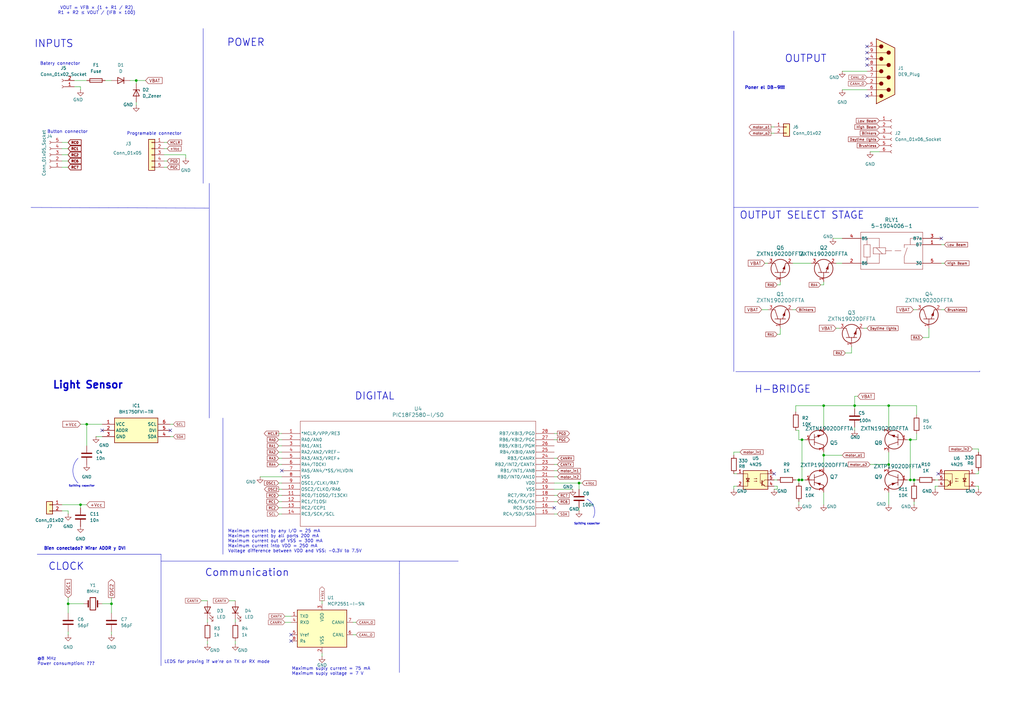
<source format=kicad_sch>
(kicad_sch (version 20231120) (generator "eeschema") (generator_version "8.0")
  (paper "A3")
  (title_block (title "Projecte Eines de Disseny: Llums") (date "2025-03-21") (rev "1.0") (company "Jordi Godàs i Max Pérez"))
  (lib_symbols
    (symbol "5-1904006-1:5-1904006-1" (pin_names (offset 0.254))
      (property "Reference" "RLY" (at 20.32 7.62 0))
      (property "Value" "5-1904006-1" (at 20.32 5.08 0))
      (symbol "5-1904006-1_0_1"
        (pin unspecified line (at 40.64 -2.54 180) (length 7.62) (name "87") (number "1"))
        (pin unspecified line (at 0 -10.16 0) (length 7.62) (name "86") (number "2"))
        (pin unspecified line (at 40.64 0 180) (length 7.62) (name "87a") (number "3"))
        (pin unspecified line (at 0 0 0) (length 7.62) (name "85") (number "4"))
        (pin unspecified line (at 40.64 -10.16 180) (length 7.62) (name "30") (number "5"))
      )
    )
    (symbol "Connector:Conn_01x02_Socket" (pin_names (offset 1.016) hide)
      (property "Reference" "J" (at 0 2.54 0))
      (property "Value" "Conn_01x02_Socket" (at 0 -5.08 0))
      (symbol "Conn_01x02_Socket_1_1"
        (pin passive line (at -5.08 0 0) (length 3.81) (name "Pin_1") (number "1"))
        (pin passive line (at -5.08 -2.54 0) (length 3.81) (name "Pin_2") (number "2"))
      )
    )
    (symbol "Connector:Conn_01x05_Socket" (pin_names (offset 1.016) hide)
      (property "Reference" "J" (at 0 7.62 0))
      (property "Value" "Conn_01x05_Socket" (at 0 -7.62 0))
      (symbol "Conn_01x05_Socket_1_1"
        (pin passive line (at -5.08 5.08 0) (length 3.81) (name "Pin_1") (number "1"))
        (pin passive line (at -5.08 2.54 0) (length 3.81) (name "Pin_2") (number "2"))
        (pin passive line (at -5.08 0 0) (length 3.81) (name "Pin_3") (number "3"))
        (pin passive line (at -5.08 -2.54 0) (length 3.81) (name "Pin_4") (number "4"))
        (pin passive line (at -5.08 -5.08 0) (length 3.81) (name "Pin_5") (number "5"))
      )
    )
    (symbol "Connector:Conn_01x06_Socket" (pin_names (offset 1.016) hide)
      (property "Reference" "J" (at 0 7.62 0))
      (property "Value" "Conn_01x06_Socket" (at 0 -10.16 0))
      (symbol "Conn_01x06_Socket_1_1"
        (pin passive line (at -5.08 5.08 0) (length 3.81) (name "Pin_1") (number "1"))
        (pin passive line (at -5.08 2.54 0) (length 3.81) (name "Pin_2") (number "2"))
        (pin passive line (at -5.08 0 0) (length 3.81) (name "Pin_3") (number "3"))
        (pin passive line (at -5.08 -2.54 0) (length 3.81) (name "Pin_4") (number "4"))
        (pin passive line (at -5.08 -5.08 0) (length 3.81) (name "Pin_5") (number "5"))
        (pin passive line (at -5.08 -7.62 0) (length 3.81) (name "Pin_6") (number "6"))
      )
    )
    (symbol "Connector:DE9_Plug" (pin_names (offset 1.016) hide)
      (property "Reference" "J" (at 0 13.97 0))
      (property "Value" "DE9_Plug" (at 0 -14.605 0))
      (symbol "DE9_Plug_1_1"
        (pin passive line (at -7.62 -10.16 0) (length 3.81) (name "1") (number "1"))
        (pin passive line (at -7.62 -5.08 0) (length 3.81) (name "2") (number "2"))
        (pin passive line (at -7.62 0 0) (length 3.81) (name "3") (number "3"))
        (pin passive line (at -7.62 5.08 0) (length 3.81) (name "4") (number "4"))
        (pin passive line (at -7.62 10.16 0) (length 3.81) (name "5") (number "5"))
        (pin passive line (at -7.62 -7.62 0) (length 3.81) (name "6") (number "6"))
        (pin passive line (at -7.62 -2.54 0) (length 3.81) (name "7") (number "7"))
        (pin passive line (at -7.62 2.54 0) (length 3.81) (name "8") (number "8"))
        (pin passive line (at -7.62 7.62 0) (length 3.81) (name "9") (number "9"))
      )
    )
    (symbol "Connector_Generic:Conn_01x02" (pin_names (offset 1.016) hide)
      (property "Reference" "J" (at 0 2.54 0))
      (property "Value" "Conn_01x02" (at 0 -5.08 0))
      (symbol "Conn_01x02_1_1"
        (pin passive line (at -5.08 0 0) (length 3.81) (name "Pin_1") (number "1"))
        (pin passive line (at -5.08 -2.54 0) (length 3.81) (name "Pin_2") (number "2"))
      )
    )
    (symbol "Connector_Generic:Conn_01x05" (pin_names (offset 1.016) hide)
      (property "Reference" "J" (at 0 7.62 0))
      (property "Value" "Conn_01x05" (at 0 -7.62 0))
      (symbol "Conn_01x05_1_1"
        (pin passive line (at -5.08 5.08 0) (length 3.81) (name "Pin_1") (number "1"))
        (pin passive line (at -5.08 2.54 0) (length 3.81) (name "Pin_2") (number "2"))
        (pin passive line (at -5.08 0 0) (length 3.81) (name "Pin_3") (number "3"))
        (pin passive line (at -5.08 -2.54 0) (length 3.81) (name "Pin_4") (number "4"))
        (pin passive line (at -5.08 -5.08 0) (length 3.81) (name "Pin_5") (number "5"))
      )
    )
    (symbol "Device:C" (pin_numbers hide) (pin_names (offset 0.254))
      (property "Reference" "C" (at 0.635 2.54 0))
      (property "Value" "C" (at 0.635 -2.54 0))
      (symbol "C_1_1"
        (pin passive line (at 0 3.81 270) (length 2.794) (name "~") (number "1"))
        (pin passive line (at 0 -3.81 90) (length 2.794) (name "~") (number "2"))
      )
    )
    (symbol "Device:Crystal" (pin_numbers hide) (pin_names (offset 1.016) hide)
      (property "Reference" "Y" (at 0 3.81 0))
      (property "Value" "Crystal" (at 0 -3.81 0))
      (symbol "Crystal_1_1"
        (pin passive line (at -3.81 0 0) (length 1.27) (name "1") (number "1"))
        (pin passive line (at 3.81 0 180) (length 1.27) (name "2") (number "2"))
      )
    )
    (symbol "Device:D" (pin_numbers hide) (pin_names (offset 1.016) hide)
      (property "Reference" "D" (at 0 2.54 0))
      (property "Value" "D" (at 0 -2.54 0))
      (symbol "D_1_1"
        (pin passive line (at -3.81 0 0) (length 2.54) (name "K") (number "1"))
        (pin passive line (at 3.81 0 180) (length 2.54) (name "A") (number "2"))
      )
    )
    (symbol "Device:D_Zener" (pin_numbers hide) (pin_names (offset 1.016) hide)
      (property "Reference" "D" (at 0 2.54 0))
      (property "Value" "D_Zener" (at 0 -2.54 0))
      (symbol "D_Zener_1_1"
        (pin passive line (at -3.81 0 0) (length 2.54) (name "K") (number "1"))
        (pin passive line (at 3.81 0 180) (length 2.54) (name "A") (number "2"))
      )
    )
    (symbol "Device:Fuse" (pin_numbers hide) (pin_names (offset 0))
      (property "Reference" "F" (at 2.032 0 90))
      (property "Value" "Fuse" (at -1.905 0 90))
      (symbol "Fuse_1_1"
        (pin passive line (at 0 3.81 270) (length 1.27) (name "~") (number "1"))
        (pin passive line (at 0 -3.81 90) (length 1.27) (name "~") (number "2"))
      )
    )
    (symbol "Device:L" (pin_numbers hide) (pin_names (offset 1.016) hide)
      (property "Reference" "L" (at -1.27 0 90))
      (property "Value" "L" (at 1.905 0 90))
      (symbol "L_1_1"
        (pin passive line (at 0 3.81 270) (length 1.27) (name "1") (number "1"))
        (pin passive line (at 0 -3.81 90) (length 1.27) (name "2") (number "2"))
      )
    )
    (symbol "Device:LED" (pin_numbers hide) (pin_names (offset 1.016) hide)
      (property "Reference" "D" (at 0 2.54 0))
      (property "Value" "LED" (at 0 -2.54 0))
      (symbol "LED_1_1"
        (pin passive line (at -3.81 0 0) (length 2.54) (name "K") (number "1"))
        (pin passive line (at 3.81 0 180) (length 2.54) (name "A") (number "2"))
      )
    )
    (symbol "Device:R" (pin_numbers hide) (pin_names (offset 0))
      (property "Reference" "R" (at 2.032 0 90))
      (property "Value" "R" (at 0 0 90))
      (symbol "R_1_1"
        (pin passive line (at 0 3.81 270) (length 1.27) (name "~") (number "1"))
        (pin passive line (at 0 -3.81 90) (length 1.27) (name "~") (number "2"))
      )
    )
    (symbol "Interface_CAN_LIN:MCP2551-I-SN" (pin_names (offset 1.016))
      (property "Reference" "U" (at -10.16 8.89 0))
      (property "Value" "MCP2551-I-SN" (at 2.54 8.89 0))
      (symbol "MCP2551-I-SN_1_1"
        (pin input line (at -12.7 5.08 0) (length 2.54) (name "TXD") (number "1"))
        (pin power_in line (at 0 -10.16 90) (length 2.54) (name "VSS") (number "2"))
        (pin power_in line (at 0 10.16 270) (length 2.54) (name "VDD") (number "3"))
        (pin output line (at -12.7 2.54 0) (length 2.54) (name "RXD") (number "4"))
        (pin power_out line (at -12.7 -2.54 0) (length 2.54) (name "Vref") (number "5"))
        (pin bidirectional line (at 12.7 -2.54 180) (length 2.54) (name "CANL") (number "6"))
        (pin bidirectional line (at 12.7 2.54 180) (length 2.54) (name "CANH") (number "7"))
        (pin input line (at -12.7 -5.08 0) (length 2.54) (name "Rs") (number "8"))
      )
    )
    (symbol "Isolator:4N25" (pin_names (offset 1.016))
      (property "Reference" "U" (at -5.08 5.08 0))
      (property "Value" "4N25" (at 0 5.08 0))
      (symbol "4N25_1_1"
        (pin passive line (at -7.62 2.54 0) (length 2.54) (name "~") (number "1"))
        (pin passive line (at -7.62 -2.54 0) (length 2.54) (name "~") (number "2"))
        (pin no_connect line (at -5.08 0 0) (length 2.54) hide (name "NC") (number "3"))
        (pin passive line (at 7.62 -2.54 180) (length 2.54) (name "~") (number "4"))
        (pin passive line (at 7.62 0 180) (length 2.54) (name "~") (number "5"))
        (pin passive line (at 7.62 2.54 180) (length 2.54) (name "~") (number "6"))
      )
    )
    (symbol "LTM4605EV:LTM4605EV-PBF" (pin_names (offset 0.254))
      (property "Reference" "U" (at 35.56 12.7 0))
      (property "Value" "LTM4605EV-PBF" (at 35.56 10.16 0))
      (symbol "LTM4605EV-PBF_1_1"
        (pin power_in line (at 0 0 0) (length 7.62) (name "PGND") (number "A1"))
        (pin power_in line (at 0 -2.54 0) (length 7.62) (name "PGND") (number "A2"))
        (pin power_in line (at 0 -5.08 0) (length 7.62) (name "PGND") (number "A3"))
        (pin input line (at 0 -7.62 0) (length 7.62) (name "SENSE+") (number "A4"))
        (pin input line (at 0 -10.16 0) (length 7.62) (name "") (number "A5"))
        (pin unspecified line (at 0 -12.7 0) (length 7.62) (name "SS") (number "A6"))
        (pin power_in line (at 0 -15.24 0) (length 7.62) (name "SGND") (number "A7"))
        (pin unspecified line (at 0 -17.78 0) (length 7.62) (name "RUN") (number "A8"))
        (pin input line (at 0 -20.32 0) (length 7.62) (name "FCB") (number "A9"))
        (pin power_in line (at 0 -22.86 0) (length 7.62) (name "PGND") (number "B1"))
        (pin power_in line (at 0 -25.4 0) (length 7.62) (name "PGND") (number "B2"))
        (pin power_in line (at 0 -27.94 0) (length 7.62) (name "PGND") (number "B3"))
        (pin power_in line (at 0 -30.48 0) (length 7.62) (name "PGND") (number "B4"))
        (pin output line (at 0 -33.02 0) (length 7.62) (name "PGOOD") (number "B5"))
        (pin input line (at 0 -35.56 0) (length 7.62) (name "VFB") (number "B6"))
        (pin unspecified line (at 0 -38.1 0) (length 7.62) (name "COMP") (number "B7"))
        (pin unspecified line (at 0 -40.64 0) (length 7.62) (name "PLLFLTR") (number "B8"))
        (pin input line (at 0 -43.18 0) (length 7.62) (name "PLLIN") (number "B9"))
        (pin power_in line (at 0 -45.72 0) (length 7.62) (name "PGND") (number "C1"))
        (pin power_in line (at 0 -48.26 0) (length 7.62) (name "PGND") (number "C2"))
        (pin power_in line (at 0 -50.8 0) (length 7.62) (name "PGND") (number "C3"))
        (pin power_in line (at 0 -53.34 0) (length 7.62) (name "PGND") (number "C4"))
        (pin power_in line (at 0 -55.88 0) (length 7.62) (name "PGND") (number "C5"))
        (pin power_in line (at 0 -58.42 0) (length 7.62) (name "PGND") (number "C6"))
        (pin power_in line (at 0 -60.96 0) (length 7.62) (name "PGND") (number "C7"))
        (pin power_in line (at 0 -63.5 0) (length 7.62) (name "PGND") (number "C8"))
        (pin power_in line (at 0 -66.04 0) (length 7.62) (name "PGND") (number "C9"))
        (pin power_in line (at 0 -68.58 0) (length 7.62) (name "PGND") (number "D1"))
        (pin power_in line (at 0 -71.12 0) (length 7.62) (name "PGND") (number "D2"))
        (pin power_in line (at 0 -73.66 0) (length 7.62) (name "PGND") (number "D3"))
        (pin power_in line (at 0 -76.2 0) (length 7.62) (name "PGND") (number "D4"))
        (pin power_in line (at 0 -78.74 0) (length 7.62) (name "PGND") (number "D5"))
        (pin power_in line (at 0 -81.28 0) (length 7.62) (name "PGND") (number "D6"))
        (pin power_in line (at 0 -83.82 0) (length 7.62) (name "PGND") (number "D7"))
        (pin power_in line (at 0 -86.36 0) (length 7.62) (name "PGND") (number "D8"))
        (pin power_in line (at 71.12 -88.9 180) (length 7.62) (name "PGND") (number "D9"))
        (pin power_in line (at 71.12 -86.36 180) (length 7.62) (name "VOUT") (number "E1"))
        (pin power_in line (at 71.12 -83.82 180) (length 7.62) (name "VOUT") (number "E2"))
        (pin power_in line (at 71.12 -81.28 180) (length 7.62) (name "PGND") (number "E3"))
        (pin power_in line (at 71.12 -78.74 180) (length 7.62) (name "PGND") (number "E4"))
        (pin power_in line (at 71.12 -76.2 180) (length 7.62) (name "PGND") (number "E5"))
        (pin power_in line (at 71.12 -73.66 180) (length 7.62) (name "PGND") (number "E6"))
        (pin power_in line (at 71.12 -71.12 180) (length 7.62) (name "PGND") (number "E7"))
        (pin power_in line (at 71.12 -68.58 180) (length 7.62) (name "PGND") (number "E8"))
        (pin power_in line (at 71.12 -66.04 180) (length 7.62) (name "PGND") (number "E9"))
        (pin power_in line (at 71.12 -63.5 180) (length 7.62) (name "VOUT") (number "F1"))
        (pin power_in line (at 71.12 -60.96 180) (length 7.62) (name "VOUT") (number "F2"))
        (pin power_in line (at 71.12 -58.42 180) (length 7.62) (name "VOUT") (number "F3"))
        (pin power_in line (at 71.12 -55.88 180) (length 7.62) (name "VOUT") (number "F4"))
        (pin power_in line (at 71.12 -53.34 180) (length 7.62) (name "INTVCC") (number "F5"))
        (pin power_in line (at 71.12 -50.8 180) (length 7.62) (name "EXTVCC") (number "F6"))
        (pin power_in line (at 71.12 -48.26 180) (length 7.62) (name "VOUT") (number "G1"))
        (pin power_in line (at 71.12 -45.72 180) (length 7.62) (name "VOUT") (number "G2"))
        (pin power_in line (at 71.12 -43.18 180) (length 7.62) (name "VOUT") (number "G3"))
        (pin power_in line (at 71.12 -40.64 180) (length 7.62) (name "VOUT") (number "G4"))
        (pin unspecified line (at 71.12 -38.1 180) (length 7.62) (name "RSENSE") (number "G5"))
        (pin unspecified line (at 71.12 -35.56 180) (length 7.62) (name "RSENSE") (number "G6"))
        (pin unspecified line (at 71.12 -33.02 180) (length 7.62) (name "RSENSE") (number "G7"))
        (pin unspecified line (at 71.12 -30.48 180) (length 7.62) (name "RSENSE") (number "G8"))
        (pin unspecified line (at 71.12 -27.94 180) (length 7.62) (name "RSENSE") (number "G9"))
        (pin power_in line (at 71.12 -25.4 180) (length 7.62) (name "VOUT") (number "H1"))
        (pin power_in line (at 71.12 -22.86 180) (length 7.62) (name "VOUT") (number "H2"))
        (pin power_in line (at 71.12 -20.32 180) (length 7.62) (name "VOUT") (number "H3"))
        (pin power_in line (at 71.12 -17.78 180) (length 7.62) (name "VOUT") (number "H4"))
        (pin unspecified line (at 71.12 -15.24 180) (length 7.62) (name "RSENSE") (number "H5"))
        (pin unspecified line (at 71.12 -12.7 180) (length 7.62) (name "RSENSE") (number "H6"))
        (pin unspecified line (at 71.12 -10.16 180) (length 7.62) (name "RSENSE") (number "H7"))
        (pin unspecified line (at 71.12 -7.62 180) (length 7.62) (name "RSENSE") (number "H8"))
        (pin unspecified line (at 71.12 -5.08 180) (length 7.62) (name "RSENSE") (number "H9"))
        (pin unspecified line (at 71.12 -2.54 180) (length 7.62) (name "SW1") (number "J1"))
        (pin unspecified line (at 71.12 0 180) (length 7.62) (name "SW1") (number "J2"))
      )
      (symbol "LTM4605EV-PBF_2_1"
        (pin unspecified line (at 0 -86.36 0) (length 7.62) (name "STBYMD") (number "A10"))
        (pin power_in line (at 71.12 -86.36 180) (length 7.62) (name "PGND") (number "A11"))
        (pin power_in line (at 71.12 -83.82 180) (length 7.62) (name "PGND") (number "A12"))
        (pin power_in line (at 71.12 -81.28 180) (length 7.62) (name "PGND") (number "B10"))
        (pin power_in line (at 71.12 -78.74 180) (length 7.62) (name "PGND") (number "B11"))
        (pin power_in line (at 71.12 -76.2 180) (length 7.62) (name "PGND") (number "B12"))
        (pin power_in line (at 71.12 -73.66 180) (length 7.62) (name "PGND") (number "C10"))
        (pin power_in line (at 71.12 -71.12 180) (length 7.62) (name "PGND") (number "C11"))
        (pin power_in line (at 71.12 -68.58 180) (length 7.62) (name "PGND") (number "C12"))
        (pin power_in line (at 71.12 -66.04 180) (length 7.62) (name "PGND") (number "D10"))
        (pin power_in line (at 71.12 -63.5 180) (length 7.62) (name "PGND") (number "D11"))
        (pin power_in line (at 71.12 -60.96 180) (length 7.62) (name "PGND") (number "D12"))
        (pin power_in line (at 71.12 -58.42 180) (length 7.62) (name "PGND") (number "E10"))
        (pin power_in line (at 71.12 -55.88 180) (length 7.62) (name "PGND") (number "E11"))
        (pin power_in line (at 71.12 -53.34 180) (length 7.62) (name "PGND") (number "E12"))
        (pin unspecified line (at 71.12 -50.8 180) (length 7.62) (name "RSENSE") (number "F10"))
        (pin unspecified line (at 71.12 -48.26 180) (length 7.62) (name "RSENSE") (number "F11"))
        (pin unspecified line (at 71.12 -45.72 180) (length 7.62) (name "RSENSE") (number "F12"))
        (pin unspecified line (at 71.12 -43.18 180) (length 7.62) (name "RSENSE") (number "G10"))
        (pin unspecified line (at 71.12 -40.64 180) (length 7.62) (name "RSENSE") (number "G11"))
        (pin unspecified line (at 71.12 -38.1 180) (length 7.62) (name "RSENSE") (number "G12"))
        (pin unspecified line (at 71.12 -35.56 180) (length 7.62) (name "RSENSE") (number "H10"))
        (pin unspecified line (at 71.12 -33.02 180) (length 7.62) (name "RSENSE") (number "H11"))
        (pin unspecified line (at 71.12 -30.48 180) (length 7.62) (name "RSENSE") (number "H12"))
        (pin power_in line (at 71.12 -27.94 180) (length 7.62) (name "VIN") (number "J10"))
        (pin power_in line (at 71.12 -25.4 180) (length 7.62) (name "VIN") (number "J11"))
        (pin power_in line (at 71.12 -22.86 180) (length 7.62) (name "VIN") (number "J12"))
        (pin unspecified line (at 0 0 0) (length 7.62) (name "SW1") (number "J3"))
        (pin unspecified line (at 0 -2.54 0) (length 7.62) (name "SW1") (number "J4"))
        (pin unspecified line (at 0 -5.08 0) (length 7.62) (name "RSENSE") (number "J5"))
        (pin unspecified line (at 0 -7.62 0) (length 7.62) (name "RSENSE") (number "J6"))
        (pin unspecified line (at 0 -10.16 0) (length 7.62) (name "RSENSE") (number "J7"))
        (pin unspecified line (at 0 -12.7 0) (length 7.62) (name "SW2") (number "J8"))
        (pin unspecified line (at 0 -15.24 0) (length 7.62) (name "SW2") (number "J9"))
        (pin unspecified line (at 0 -17.78 0) (length 7.62) (name "SW1") (number "K1"))
        (pin power_in line (at 71.12 -20.32 180) (length 7.62) (name "VIN") (number "K10"))
        (pin power_in line (at 71.12 -17.78 180) (length 7.62) (name "VIN") (number "K11"))
        (pin power_in line (at 71.12 -15.24 180) (length 7.62) (name "VIN") (number "K12"))
        (pin unspecified line (at 0 -20.32 0) (length 7.62) (name "SW1") (number "K2"))
        (pin unspecified line (at 0 -22.86 0) (length 7.62) (name "SW1") (number "K3"))
        (pin unspecified line (at 0 -25.4 0) (length 7.62) (name "SW1") (number "K4"))
        (pin unspecified line (at 0 -27.94 0) (length 7.62) (name "RSENSE") (number "K5"))
        (pin unspecified line (at 0 -30.48 0) (length 7.62) (name "RSENSE") (number "K6"))
        (pin unspecified line (at 0 -33.02 0) (length 7.62) (name "SW2") (number "K7"))
        (pin unspecified line (at 0 -35.56 0) (length 7.62) (name "SW2") (number "K8"))
        (pin unspecified line (at 0 -38.1 0) (length 7.62) (name "SW2") (number "K9"))
        (pin unspecified line (at 0 -40.64 0) (length 7.62) (name "SW1") (number "L1"))
        (pin power_in line (at 71.12 -12.7 180) (length 7.62) (name "VIN") (number "L10"))
        (pin power_in line (at 71.12 -10.16 180) (length 7.62) (name "VIN") (number "L11"))
        (pin power_in line (at 71.12 -7.62 180) (length 7.62) (name "VIN") (number "L12"))
        (pin unspecified line (at 0 -43.18 0) (length 7.62) (name "SW1") (number "L2"))
        (pin unspecified line (at 0 -45.72 0) (length 7.62) (name "SW1") (number "L3"))
        (pin unspecified line (at 0 -48.26 0) (length 7.62) (name "SW1") (number "L4"))
        (pin unspecified line (at 0 -50.8 0) (length 7.62) (name "RSENSE") (number "L5"))
        (pin unspecified line (at 0 -53.34 0) (length 7.62) (name "RSENSE") (number "L6"))
        (pin unspecified line (at 0 -55.88 0) (length 7.62) (name "SW2") (number "L7"))
        (pin unspecified line (at 0 -58.42 0) (length 7.62) (name "SW2") (number "L8"))
        (pin unspecified line (at 0 -60.96 0) (length 7.62) (name "SW2") (number "L9"))
        (pin unspecified line (at 0 -63.5 0) (length 7.62) (name "SW1") (number "M1"))
        (pin power_in line (at 71.12 -5.08 180) (length 7.62) (name "VIN") (number "M10"))
        (pin power_in line (at 71.12 -2.54 180) (length 7.62) (name "VIN") (number "M11"))
        (pin power_in line (at 71.12 0 180) (length 7.62) (name "VIN") (number "M12"))
        (pin unspecified line (at 0 -66.04 0) (length 7.62) (name "SW1") (number "M2"))
        (pin unspecified line (at 0 -68.58 0) (length 7.62) (name "SW1") (number "M3"))
        (pin unspecified line (at 0 -71.12 0) (length 7.62) (name "SW1") (number "M4"))
        (pin unspecified line (at 0 -73.66 0) (length 7.62) (name "RSENSE") (number "M5"))
        (pin unspecified line (at 0 -76.2 0) (length 7.62) (name "RSENSE") (number "M6"))
        (pin unspecified line (at 0 -78.74 0) (length 7.62) (name "SW2") (number "M7"))
        (pin unspecified line (at 0 -81.28 0) (length 7.62) (name "SW2") (number "M8"))
        (pin unspecified line (at 0 -83.82 0) (length 7.62) (name "SW2") (number "M9"))
      )
    )
    (symbol "PIC18F2580:PIC18F2580-I_SO" (pin_names (offset 0.254))
      (property "Reference" "U" (at 55.88 10.16 0))
      (property "Value" "PIC18F2580-I/SO" (at 55.88 7.62 0))
      (symbol "PIC18F2580-I_SO_0_1"
        (pin unspecified line (at 0 0 0) (length 7.62) (name "*MCLR/VPP/RE3") (number "1"))
        (pin unspecified line (at 0 -22.86 0) (length 7.62) (name "OSC2/CLKO/RA6") (number "10"))
        (pin unspecified line (at 0 -25.4 0) (length 7.62) (name "RC0/T1OSO/T13CKI") (number "11"))
        (pin unspecified line (at 0 -27.94 0) (length 7.62) (name "RC1/T1OSI") (number "12"))
        (pin unspecified line (at 0 -30.48 0) (length 7.62) (name "RC2/CCP1") (number "13"))
        (pin unspecified line (at 0 -33.02 0) (length 7.62) (name "RC3/SCK/SCL") (number "14"))
        (pin unspecified line (at 111.76 -33.02 180) (length 7.62) (name "RC4/SDI/SDA") (number "15"))
        (pin unspecified line (at 111.76 -30.48 180) (length 7.62) (name "RC5/SDO") (number "16"))
        (pin unspecified line (at 111.76 -27.94 180) (length 7.62) (name "RC6/TX/CK") (number "17"))
        (pin unspecified line (at 111.76 -25.4 180) (length 7.62) (name "RC7/RX/DT") (number "18"))
        (pin unspecified line (at 111.76 -22.86 180) (length 7.62) (name "VSS") (number "19"))
        (pin unspecified line (at 0 -2.54 0) (length 7.62) (name "RA0/AN0") (number "2"))
        (pin unspecified line (at 111.76 -20.32 180) (length 7.62) (name "VDD") (number "20"))
        (pin unspecified line (at 111.76 -17.78 180) (length 7.62) (name "RB0/INT0/AN10") (number "21"))
        (pin unspecified line (at 111.76 -15.24 180) (length 7.62) (name "RB1/INT1/AN8") (number "22"))
        (pin unspecified line (at 111.76 -12.7 180) (length 7.62) (name "RB2/INT2/CANTX") (number "23"))
        (pin unspecified line (at 111.76 -10.16 180) (length 7.62) (name "RB3/CANRX") (number "24"))
        (pin unspecified line (at 111.76 -7.62 180) (length 7.62) (name "RB4/KBI0/AN9") (number "25"))
        (pin unspecified line (at 111.76 -5.08 180) (length 7.62) (name "RB5/KBI1/PGM") (number "26"))
        (pin unspecified line (at 111.76 -2.54 180) (length 7.62) (name "RB6/KBI2/PGC") (number "27"))
        (pin unspecified line (at 111.76 0 180) (length 7.62) (name "RB7/KBI3/PGD") (number "28"))
        (pin unspecified line (at 0 -5.08 0) (length 7.62) (name "RA1/AN1") (number "3"))
        (pin unspecified line (at 0 -7.62 0) (length 7.62) (name "RA2/AN2/VREF-") (number "4"))
        (pin unspecified line (at 0 -10.16 0) (length 7.62) (name "RA3/AN3/VREF+") (number "5"))
        (pin unspecified line (at 0 -12.7 0) (length 7.62) (name "RA4/T0CKI") (number "6"))
        (pin unspecified line (at 0 -15.24 0) (length 7.62) (name "RA5/AN4/*SS/HLVDIN") (number "7"))
        (pin unspecified line (at 0 -17.78 0) (length 7.62) (name "VSS") (number "8"))
        (pin unspecified line (at 0 -20.32 0) (length 7.62) (name "OSC1/CLKI/RA7") (number "9"))
      )
    )
    (symbol "Regulator_Linear:LM1117MP-3.3"
      (property "Reference" "U" (at -3.81 3.175 0))
      (property "Value" "LM1117MP-3.3" (at 0 3.175 0))
      (symbol "LM1117MP-3.3_1_1"
        (pin power_in line (at 0 -7.62 90) (length 2.54) (name "GND") (number "1"))
        (pin power_out line (at 7.62 0 180) (length 2.54) (name "VO") (number "2"))
        (pin power_in line (at -7.62 0 0) (length 2.54) (name "VI") (number "3"))
      )
    )
    (symbol "Regulator_Switching:TPS62173DSG" (pin_names (offset 0.254))
      (property "Reference" "U" (at -7.62 11.43 0))
      (property "Value" "TPS62173DSG" (at -1.27 11.43 0))
      (symbol "TPS62173DSG_1_1"
        (pin power_in line (at 0 -10.16 90) (length 2.54) (name "PGND") (number "1"))
        (pin power_in line (at -10.16 7.62 0) (length 2.54) (name "VIN") (number "2"))
        (pin input line (at -10.16 5.08 0) (length 2.54) (name "EN") (number "3"))
        (pin power_in line (at 2.54 -10.16 90) (length 2.54) (name "AGND") (number "4"))
        (pin input line (at 10.16 2.54 180) (length 2.54) (name "FB") (number "5"))
        (pin input line (at 10.16 5.08 180) (length 2.54) (name "VOS") (number "6"))
        (pin output line (at 10.16 7.62 180) (length 2.54) (name "SW") (number "7"))
        (pin open_collector line (at -10.16 -2.54 0) (length 2.54) (name "PG") (number "8"))
        (pin power_in line (at -2.54 -10.16 90) (length 2.54) (name "PAD") (number "9"))
      )
    )
    (symbol "ZXTN:ZXTN19020DFFTA" (pin_names (offset 0.254))
      (property "Reference" "Q" (at 10.16 2.54 0))
      (property "Value" "ZXTN19020DFFTA" (at 10.16 -2.54 0))
      (symbol "ZXTN19020DFFTA_0_1"
        (pin unspecified line (at 0 0 0) (length 2.54) (name "") (number "1"))
        (pin unspecified line (at 7.62 -5.08 90) (length 2.54) (name "") (number "2"))
        (pin unspecified line (at 7.62 5.08 270) (length 2.54) (name "") (number "3"))
      )
    )
    (symbol "ZXTP19020DFF:ZXTP19020DFFTA" (pin_names (offset 0.254))
      (property "Reference" "Q" (at 10.16 2.54 0))
      (property "Value" "ZXTP19020DFFTA" (at 10.16 -2.54 0))
      (symbol "ZXTP19020DFFTA_0_1"
        (pin unspecified line (at 0 0 0) (length 2.54) (name "") (number "1"))
        (pin unspecified line (at 7.62 -5.08 90) (length 2.54) (name "") (number "2"))
        (pin unspecified line (at 7.62 5.08 270) (length 2.54) (name "") (number "3"))
      )
    )
    (symbol "power:GND" (power) (pin_numbers hide) (pin_names (offset 0) hide)
      (property "Value" "GND" (at 0 -3.81 0))
      (symbol "GND_1_1"
        (pin power_in line (at 0 0 270) (length 0) (name "~") (number "1"))
      )
    )
    (symbol "sensordigitalluz:BH1750FVI-TR"
      (property "Reference" "IC" (at 24.13 7.62 0))
      (property "Value" "BH1750FVI-TR" (at 24.13 5.08 0))
      (symbol "BH1750FVI-TR_1_1"
        (pin passive line (at 0 0 0) (length 5.08) (name "VCC") (number "1"))
        (pin passive line (at 0 -2.54 0) (length 5.08) (name "ADDR") (number "2"))
        (pin passive line (at 0 -5.08 0) (length 5.08) (name "GND") (number "3"))
        (pin passive line (at 27.94 -5.08 180) (length 5.08) (name "SDA") (number "4"))
        (pin passive line (at 27.94 -2.54 180) (length 5.08) (name "DVI") (number "5"))
        (pin passive line (at 27.94 0 180) (length 5.08) (name "SCL") (number "6"))
      )
    )
  )
  (junction (at 237.49 198.12))
  (junction (at 374.904 196.85))
  (junction (at 95.25 -26.67))
  (junction (at -36.83 -38.1))
  (junction (at 337.82 186.69))
  (junction (at 5.08 -38.1))
  (junction (at 2.54 -38.1))
  (junction (at 35.56 173.99))
  (junction (at 350.52 166.37))
  (junction (at 364.49 190.5))
  (junction (at 328.93 180.34))
  (junction (at 364.49 166.37))
  (junction (at 27.94 247.65))
  (junction (at 337.82 166.37))
  (junction (at 327.66 196.85))
  (junction (at -30.48 -38.1))
  (junction (at 373.38 180.34))
  (junction (at 17.78 -38.1))
  (junction (at 328.93 196.85))
  (junction (at 373.38 196.85))
  (junction (at 33.02 207.01))
  (junction (at 55.88 33.02))
  (junction (at 45.72 247.65))
  (junction (at 45.72 -26.67))
  (no_connect (at 227.33 208.28))
  (no_connect (at 69.85 176.53))
  (no_connect (at 355.6 26.67))
  (no_connect (at 41.91 176.53))
  (no_connect (at 355.6 19.05))
  (no_connect (at 119.38 262.89))
  (no_connect (at 386.08 97.79))
  (no_connect (at 384.81 194.31))
  (no_connect (at -20.32 -20.32))
  (no_connect (at 115.57 193.04))
  (no_connect (at 355.6 39.37))
  (no_connect (at 317.5 194.31))
  (no_connect (at 355.6 24.13))
  (no_connect (at 355.6 21.59))
  (no_connect (at 119.38 260.35))
  (wire (pts (xy 228.6 190.5) (xy 227.33 190.5)))
  (wire (pts (xy 350.52 167.64) (xy 350.52 166.37)))
  (wire (pts (xy 337.82 116.84) (xy 337.82 115.57)))
  (wire (pts (xy 146.05 255.27) (xy 144.78 255.27)))
  (wire (pts (xy 114.3 203.2) (xy 115.57 203.2)))
  (wire (pts (xy 401.32 200.66) (xy 401.32 199.39)))
  (wire (pts (xy 337.82 201.93) (xy 337.82 207.01)))
  (wire (pts (xy 130.81 -12.7) (xy 130.81 -13.97)))
  (wire (pts (xy 364.49 166.37) (xy 375.92 166.37)))
  (polyline (pts (xy 15.24 227.33) (xy 66.04 227.33)))
  (wire (pts (xy 27.94 209.55) (xy 25.4 209.55)))
  (wire (pts (xy 132.08 269.24) (xy 132.08 267.97)))
  (wire (pts (xy 401.32 199.39) (xy 400.05 199.39)))
  (wire (pts (xy 27.94 247.65) (xy 27.94 251.46)))
  (wire (pts (xy 300.99 185.42) (xy 300.99 186.69)))
  (wire (pts (xy 350.52 166.37) (xy 364.49 166.37)))
  (wire (pts (xy 374.904 207.01) (xy 374.904 205.74)))
  (wire (pts (xy 375.92 166.37) (xy 375.92 170.18)))
  (wire (pts (xy 35.56 173.99) (xy 41.91 173.99)))
  (wire (pts (xy 237.49 198.12) (xy 238.76 198.12)))
  (polyline (pts (xy 300.99 85.09) (xy 401.32 85.09)))
  (wire (pts (xy 114.3 198.12) (xy 115.57 198.12)))
  (wire (pts (xy 114.3 210.82) (xy 115.57 210.82)))
  (wire (pts (xy 349.25 144.78) (xy 349.25 142.24)))
  (wire (pts (xy 17.78 -38.1) (xy 30.48 -38.1)))
  (wire (pts (xy 318.77 200.66) (xy 317.5 200.66)))
  (wire (pts (xy 132.08 246.38) (xy 132.08 247.65)))
  (wire (pts (xy 345.44 29.21) (xy 355.6 29.21)))
  (wire (pts (xy 228.6 203.2) (xy 227.33 203.2)))
  (wire (pts (xy 35.56 182.88) (xy 35.56 173.99)))
  (wire (pts (xy 228.6 195.58) (xy 227.33 195.58)))
  (wire (pts (xy 300.99 194.31) (xy 302.26 194.31)))
  (wire (pts (xy 337.82 166.37) (xy 337.82 175.26)))
  (wire (pts (xy 5.08 -29.21) (xy 5.08 -30.48)))
  (wire (pts (xy 2.54 -38.1) (xy 5.08 -38.1)))
  (wire (pts (xy 132.08 -34.29) (xy 132.08 -35.56)))
  (wire (pts (xy 373.38 180.34) (xy 375.92 180.34)))
  (wire (pts (xy 234.95 200.66) (xy 227.33 200.66)))
  (wire (pts (xy 326.39 166.37) (xy 326.39 168.91)))
  (wire (pts (xy 398.78 184.15) (xy 401.32 184.15)))
  (wire (pts (xy 2.54 -38.1) (xy 2.54 -35.56)))
  (wire (pts (xy -7.62 -35.56) (xy 2.54 -35.56)))
  (wire (pts (xy 114.3 200.66) (xy 115.57 200.66)))
  (wire (pts (xy 44.45 -26.67) (xy 45.72 -26.67)))
  (wire (pts (xy 67.31 60.96) (xy 68.58 60.96)))
  (wire (pts (xy 85.09 255.27) (xy 85.09 254)))
  (wire (pts (xy 383.54 199.39) (xy 384.81 199.39)))
  (wire (pts (xy 381 138.43) (xy 381 134.62)))
  (wire (pts (xy 337.82 186.69) (xy 345.44 186.69)))
  (wire (pts (xy 85.09 264.16) (xy 85.09 262.89)))
  (wire (pts (xy 386.08 100.33) (xy 387.35 100.33)))
  (wire (pts (xy 55.88 33.02) (xy 59.69 33.02)))
  (wire (pts (xy 318.77 137.16) (xy 320.04 137.16)))
  (wire (pts (xy 373.38 196.85) (xy 373.38 180.34)))
  (polyline (pts (xy 83.312 11.684) (xy 83.312 75.184)))
  (wire (pts (xy 96.52 264.16) (xy 96.52 262.89)))
  (wire (pts (xy 228.6 205.74) (xy 227.33 205.74)))
  (wire (pts (xy 326.39 196.85) (xy 327.66 196.85)))
  (wire (pts (xy -17.78 -20.32) (xy -17.78 -15.24)))
  (wire (pts (xy 45.72 260.35) (xy 45.72 259.08)))
  (wire (pts (xy 68.58 66.04) (xy 67.31 66.04)))
  (polyline (pts (xy 91.44 171.45) (xy 91.44 227.33)))
  (wire (pts (xy -36.83 -38.1) (xy -30.48 -38.1)))
  (wire (pts (xy 228.6 193.04) (xy 227.33 193.04)))
  (wire (pts (xy 92.71 -26.67) (xy 95.25 -26.67)))
  (wire (pts (xy 139.7 -43.18) (xy 142.24 -43.18)))
  (wire (pts (xy 317.5 196.85) (xy 318.77 196.85)))
  (wire (pts (xy 67.31 58.42) (xy 68.58 58.42)))
  (wire (pts (xy 25.4 58.42) (xy 27.94 58.42)))
  (wire (pts (xy 374.904 198.12) (xy 374.904 196.85)))
  (wire (pts (xy 372.11 196.85) (xy 373.38 196.85)))
  (wire (pts (xy 328.93 180.34) (xy 330.2 180.34)))
  (wire (pts (xy 53.34 33.02) (xy 55.88 33.02)))
  (wire (pts (xy -38.1 -38.1) (xy -36.83 -38.1)))
  (wire (pts (xy 337.82 185.42) (xy 337.82 186.69)))
  (wire (pts (xy 327.66 198.12) (xy 327.66 196.85)))
  (wire (pts (xy 387.35 127) (xy 386.08 127)))
  (wire (pts (xy 342.9 107.95) (xy 345.44 107.95)))
  (wire (pts (xy 364.49 185.42) (xy 364.49 190.5)))
  (wire (pts (xy 17.78 -29.21) (xy 17.78 -30.48)))
  (polyline (pts (xy 300.99 85.09) (xy 300.99 152.4)))
  (polyline (pts (xy 163.83 230.124) (xy 187.96 230.124)))
  (polyline (pts (xy 301.752 152.4) (xy 401.828 152.4)))
  (wire (pts (xy -2.54 -33.02) (xy -7.62 -33.02)))
  (wire (pts (xy -6.35 -38.1) (xy -7.62 -38.1)))
  (wire (pts (xy 342.9 134.62) (xy 344.17 134.62)))
  (wire (pts (xy 82.55 246.38) (xy 85.09 246.38)))
  (wire (pts (xy 95.25 -26.67) (xy 96.52 -26.67)))
  (wire (pts (xy 337.82 166.37) (xy 350.52 166.37)))
  (wire (pts (xy 114.3 177.8) (xy 115.57 177.8)))
  (wire (pts (xy 228.6 180.34) (xy 227.33 180.34)))
  (wire (pts (xy 27.94 247.65) (xy 34.29 247.65)))
  (wire (pts (xy 401.32 194.31) (xy 400.05 194.31)))
  (wire (pts (xy 130.81 -3.81) (xy 130.81 -5.08)))
  (wire (pts (xy 374.65 127) (xy 375.92 127)))
  (wire (pts (xy 300.99 200.66) (xy 300.99 199.39)))
  (wire (pts (xy 33.02 208.28) (xy 33.02 207.01)))
  (wire (pts (xy 114.3 190.5) (xy 115.57 190.5)))
  (wire (pts (xy 228.6 210.82) (xy 227.33 210.82)))
  (wire (pts (xy -29.21 -27.94) (xy -27.94 -27.94)))
  (wire (pts (xy 5.08 -38.1) (xy 17.78 -38.1)))
  (wire (pts (xy 93.98 246.38) (xy 96.52 246.38)))
  (wire (pts (xy 346.71 144.78) (xy 349.25 144.78)))
  (wire (pts (xy -30.48 -38.1) (xy -27.94 -38.1)))
  (wire (pts (xy 35.56 207.01) (xy 33.02 207.01)))
  (wire (pts (xy -36.83 -38.1) (xy -36.83 -33.02)))
  (wire (pts (xy 383.54 200.66) (xy 383.54 199.39)))
  (wire (pts (xy 116.84 255.27) (xy 119.38 255.27)))
  (wire (pts (xy 130.81 -21.59) (xy 137.16 -21.59)))
  (wire (pts (xy 328.93 180.34) (xy 328.93 196.85)))
  (wire (pts (xy 326.39 166.37) (xy 337.82 166.37)))
  (wire (pts (xy 356.87 62.23) (xy 360.68 62.23)))
  (wire (pts (xy 71.12 179.07) (xy 69.85 179.07)))
  (wire (pts (xy 312.42 127) (xy 314.96 127)))
  (wire (pts (xy 114.3 205.74) (xy 115.57 205.74)))
  (wire (pts (xy 114.3 182.88) (xy 115.57 182.88)))
  (wire (pts (xy 337.82 186.69) (xy 337.82 191.77)))
  (wire (pts (xy -30.48 -38.1) (xy -30.48 -35.56)))
  (wire (pts (xy -36.83 -25.4) (xy -36.83 -24.13)))
  (wire (pts (xy 27.94 210.82) (xy 27.94 209.55)))
  (wire (pts (xy 327.66 196.85) (xy 328.93 196.85)))
  (wire (pts (xy 383.54 196.85) (xy 384.81 196.85)))
  (wire (pts (xy 327.66 176.53) (xy 327.66 180.34)))
  (wire (pts (xy -30.48 -35.56) (xy -27.94 -35.56)))
  (wire (pts (xy 350.52 162.56) (xy 350.52 166.37)))
  (wire (pts (xy 327.66 180.34) (xy 328.93 180.34)))
  (wire (pts (xy 401.32 184.15) (xy 401.32 185.42)))
  (polyline (pts (xy 66.04 230.124) (xy 163.83 230.124)))
  (wire (pts (xy 336.55 116.84) (xy 337.82 116.84)))
  (wire (pts (xy 116.84 252.73) (xy 119.38 252.73)))
  (wire (pts (xy 237.49 198.12) (xy 237.49 200.66)))
  (wire (pts (xy 43.18 33.02) (xy 45.72 33.02)))
  (wire (pts (xy 1.27 -38.1) (xy 2.54 -38.1)))
  (wire (pts (xy 378.46 138.43) (xy 381 138.43)))
  (wire (pts (xy 33.02 207.01) (xy 25.4 207.01)))
  (wire (pts (xy 106.68 195.58) (xy 115.57 195.58)))
  (polyline (pts (xy 163.83 235.204) (xy 163.83 275.844)))
  (wire (pts (xy 25.4 68.58) (xy 27.94 68.58)))
  (wire (pts (xy 41.91 247.65) (xy 45.72 247.65)))
  (wire (pts (xy 39.37 179.07) (xy 41.91 179.07)))
  (wire (pts (xy 355.6 134.62) (xy 354.33 134.62)))
  (wire (pts (xy 76.2 63.5) (xy 76.2 64.77)))
  (polyline (pts (xy 66.04 227.33) (xy 66.04 273.05)))
  (wire (pts (xy 356.87 190.5) (xy 364.49 190.5)))
  (wire (pts (xy 303.53 185.42) (xy 300.99 185.42)))
  (wire (pts (xy 318.77 200.66) (xy 318.77 199.39)))
  (wire (pts (xy 316.23 54.61) (xy 317.5 54.61)))
  (wire (pts (xy 95.25 -25.4) (xy 95.25 -26.67)))
  (wire (pts (xy 374.904 196.85) (xy 375.92 196.85)))
  (wire (pts (xy 114.3 185.42) (xy 115.57 185.42)))
  (wire (pts (xy 325.12 107.95) (xy 332.74 107.95)))
  (wire (pts (xy 68.58 68.58) (xy 67.31 68.58)))
  (wire (pts (xy 328.93 196.85) (xy 330.2 196.85)))
  (wire (pts (xy 364.49 166.37) (xy 364.49 175.26)))
  (wire (pts (xy 373.38 196.85) (xy 374.904 196.85)))
  (wire (pts (xy 30.48 33.02) (xy 35.56 33.02)))
  (wire (pts (xy -2.54 -33.02) (xy -2.54 -31.75)))
  (wire (pts (xy 237.49 209.55) (xy 237.49 208.28)))
  (wire (pts (xy 350.52 176.53) (xy 350.52 175.26)))
  (wire (pts (xy 372.11 180.34) (xy 373.38 180.34)))
  (wire (pts (xy 25.4 63.5) (xy 27.94 63.5)))
  (wire (pts (xy 33.02 35.56) (xy 33.02 36.83)))
  (wire (pts (xy 320.04 116.84) (xy 320.04 115.57)))
  (wire (pts (xy 345.44 36.83) (xy 355.6 36.83)))
  (wire (pts (xy 95.25 -16.51) (xy 95.25 -17.78)))
  (wire (pts (xy 341.63 97.79) (xy 345.44 97.79)))
  (wire (pts (xy 228.6 187.96) (xy 227.33 187.96)))
  (wire (pts (xy 387.35 107.95) (xy 386.08 107.95)))
  (wire (pts (xy 364.49 190.5) (xy 364.49 191.77)))
  (wire (pts (xy 30.48 35.56) (xy 33.02 35.56)))
  (wire (pts (xy 327.66 207.01) (xy 327.66 205.74)))
  (wire (pts (xy 327.66 176.53) (xy 326.39 176.53)))
  (wire (pts (xy 351.79 162.56) (xy 350.52 162.56)))
  (wire (pts (xy 375.92 177.8) (xy 375.92 180.34)))
  (wire (pts (xy 55.88 33.02) (xy 55.88 34.29)))
  (wire (pts (xy 313.69 107.95) (xy 314.96 107.95)))
  (wire (pts (xy 326.39 127) (xy 325.12 127)))
  (wire (pts (xy 300.99 199.39) (xy 302.26 199.39)))
  (wire (pts (xy 45.72 245.11) (xy 45.72 247.65)))
  (wire (pts (xy 114.3 187.96) (xy 115.57 187.96)))
  (wire (pts (xy 146.05 260.35) (xy 144.78 260.35)))
  (wire (pts (xy 27.94 260.35) (xy 27.94 259.08)))
  (wire (pts (xy 228.6 177.8) (xy 227.33 177.8)))
  (wire (pts (xy 45.72 -26.67) (xy 46.99 -26.67)))
  (polyline (pts (xy 12.7 85.09) (xy 85.598 85.344)))
  (wire (pts (xy 25.4 66.04) (xy 27.94 66.04)))
  (wire (pts (xy 45.72 247.65) (xy 45.72 251.46)))
  (wire (pts (xy 401.32 193.04) (xy 401.32 194.31)))
  (wire (pts (xy 114.3 208.28) (xy 115.57 208.28)))
  (polyline (pts (xy 163.83 230.124) (xy 163.83 235.204)))
  (wire (pts (xy -15.24 -17.78) (xy -15.24 -20.32)))
  (wire (pts (xy 25.4 60.96) (xy 27.94 60.96)))
  (wire (pts (xy 364.49 201.93) (xy 364.49 207.01)))
  (wire (pts (xy 45.72 -25.4) (xy 45.72 -26.67)))
  (wire (pts (xy 318.77 199.39) (xy 317.5 199.39)))
  (wire (pts (xy 67.31 63.5) (xy 76.2 63.5)))
  (wire (pts (xy 227.33 198.12) (xy 237.49 198.12)))
  (polyline (pts (xy 300.99 12.7) (xy 300.99 85.09)))
  (wire (pts (xy 316.23 52.07) (xy 317.5 52.07)))
  (wire (pts (xy 71.12 173.99) (xy 69.85 173.99)))
  (wire (pts (xy 33.02 173.99) (xy 35.56 173.99)))
  (polyline (pts (xy 85.852 75.184) (xy 85.852 171.45)))
  (wire (pts (xy 45.72 -16.51) (xy 45.72 -17.78)))
  (wire (pts (xy 318.77 116.84) (xy 320.04 116.84)))
  (wire (pts (xy 55.88 43.18) (xy 55.88 41.91)))
  (wire (pts (xy 114.3 180.34) (xy 115.57 180.34)))
  (wire (pts (xy 119.38 -43.18) (xy 124.46 -43.18)))
  (wire (pts (xy 320.04 137.16) (xy 320.04 134.62)))
  (wire (pts (xy 119.38 -34.29) (xy 119.38 -35.56)))
  (polyline (pts (xy 401.828 152.146) (xy 401.828 152.4)))
  (wire (pts (xy 96.52 255.27) (xy 96.52 254)))
  (wire (pts (xy 27.94 245.11) (xy 27.94 247.65)))
  (arc (start 240.792 204.724) (mid 243.6379 208.0093) (end 243.332 212.344))
  (arc (start 32.004 198.12) (mid 29.8998 193.04) (end 32.004 187.96))
  (text "INPUTS\n" (at 22.098 18.034 0) (effects (font (size 3 3) (thickness 0.254) (bold yes))))
  (text "Batery connector \n" (at 25.146 26.162 0) (effects (font (size 1.27 1.27))))
  (text "Bien conectado? Mirar ADDR y DVI" (at 34.798 225.044 0) (effects (font (size 1.27 1.27) (thickness 0.254) (bold yes))))
  (text "OUTPUT SELECT STAGE" (at 328.93 88.392 0) (effects (font (size 3 3) (thickness 0.254) (bold yes))))
  (text "H-BRIDGE" (at 321.056 159.766 0) (effects (font (size 3 3) (thickness 0.254) (bold yes))))
  (text "LEDS for proving if we're on TX or RX mode" (at 67.31 271.526 0) (effects (font (size 1.27 1.27)) (justify left)))
  (text "POWER\n" (at 100.838 17.526 0) (effects (font (size 3 3) (thickness 0.254) (bold yes))))
  (text "Communication" (at 101.346 234.95 0) (effects (font (size 3 3) (thickness 0.255) (bold yes))))
  (text "Maximum current by any I/O = 25 mA\nMaximum current by all ports 200 mA\nMaximum current out of VSS = 300 mA\nMaximum current into VDD = 250 mA\nVoltage difference between VDD and VSS: -0.3V to 7.5V\n" (at 93.472 221.996 0) (effects (font (size 1.27 1.27)) (justify left)))
  (text "Light Sensor" (at 36.068 157.988 0) (effects (font (size 3 3) (thickness 0.6) (bold yes))))
  (text "Vout = 5V\nIout_max = 1A\n" (at 55.118 -45.974 0) (effects (font (size 1.27 1.27)) (justify left)))
  (text "Button connector\n" (at 27.686 54.102 0) (effects (font (size 1.27 1.27))))
  (text "OUTPUT" (at 330.454 24.13 0) (effects (font (size 3 3) (thickness 0.254) (bold yes))))
  (text "@500mA, 5V" (at 19.304 -40.64 0) (effects (font (size 1.27 1.27))))
  (text "Maximum suply current = 75 mA\nMaximum suply voltage = 7 V " (at 119.634 275.336 0) (effects (font (size 1.27 1.27)) (justify left)))
  (text "Poner el DB-9!!!" (at 313.69 36.068 0) (effects (font (size 1.27 1.27) (thickness 0.254) (bold yes))))
  (text "Splitting capacitor" (at 33.528 199.39 0) (effects (font (size 0.75 0.75))))
  (text "VOUT = VFB × (1 + R1 / R2)\nR1 + R2 ≤ VOUT / (IFB × 100)" (at 39.624 4.318 0) (effects (font (size 1.27 1.27))))
  (text "CLOCK" (at 27.178 232.41 0) (effects (font (size 3 3) (thickness 0.255) (bold yes))))
  (text "DIGITAL" (at 153.67 162.56 0) (effects (font (size 3 3) (thickness 0.255) (bold yes))))
  (text "@8 MHz\nPower consumption: ???" (at 15.24 271.272 0) (effects (font (size 1.27 1.27)) (justify left)))
  (text "Programable connector\n" (at 63.246 54.864 0) (effects (font (size 1.27 1.27))))
  (text "The Buck converter with its conf. ensures a safe 0.5mA and 5V output for\n+Vcc supply. The LDO provides the 3.3V for the light sensor. The LED\nproves that +Vcc is working." (at -52.324 -3.048 0) (effects (font (size 1.27 1.27) (thickness 0.1588)) (justify left)))
  (text "Splitting capacitor" (at 240.792 214.884 0) (effects (font (size 0.75 0.75))))
  (global_label "RA1" (shape input) (at 114.3 182.88 180) (effects (font (size 1 1))) (property "Intersheetrefs" "${INTERSHEET_REFS}" (effects (hide yes))))
  (global_label "VBAT" (shape input) (at 351.79 162.56 0) (property "Intersheetrefs" "${INTERSHEET_REFS}" (effects (hide yes))))
  (global_label "PGC" (shape input) (at 68.58 68.58 0) (effects (font (size 1.016 1.016))) (property "Intersheetrefs" "${INTERSHEET_REFS}" (effects (hide yes))))
  (global_label "motor_in2" (shape input) (at 228.6 195.58 0) (effects (font (size 1.016 1.016))) (property "Intersheetrefs" "${INTERSHEET_REFS}" (effects (hide yes))))
  (global_label "RC1" (shape input) (at 27.94 60.96 0) (effects (font (size 1 1) (thickness 0.254) (bold yes))) (property "Intersheetrefs" "${INTERSHEET_REFS}" (effects (hide yes))))
  (global_label "motor_o2" (shape input) (at 356.87 190.5 180) (effects (font (size 1.016 1.016))) (property "Intersheetrefs" "${INTERSHEET_REFS}" (effects (hide yes))))
  (global_label "PGD" (shape output) (at 228.6 177.8 0) (effects (font (size 1.016 1.016))) (property "Intersheetrefs" "${INTERSHEET_REFS}" (effects (hide yes))))
  (global_label "CANTX" (shape input) (at 93.98 246.38 180) (effects (font (size 1 1) (thickness 0.125))) (property "Intersheetrefs" "${INTERSHEET_REFS}" (effects (hide yes))))
  (global_label "CANTX" (shape input) (at 82.55 246.38 180) (effects (font (size 1 1) (thickness 0.125))) (property "Intersheetrefs" "${INTERSHEET_REFS}" (effects (hide yes))))
  (global_label "motor_o1" (shape output) (at 316.23 52.07 180) (effects (font (size 1.016 1.016))) (property "Intersheetrefs" "${INTERSHEET_REFS}" (effects (hide yes))))
  (global_label "Brushless" (shape input) (at 360.68 59.69 180) (effects (font (size 1 1))) (property "Intersheetrefs" "${INTERSHEET_REFS}" (effects (hide yes))))
  (global_label "VBAT" (shape input) (at 342.9 134.62 180) (property "Intersheetrefs" "${INTERSHEET_REFS}" (effects (hide yes))))
  (global_label "RC0" (shape input) (at 114.3 203.2 180) (effects (font (size 1 1))) (property "Intersheetrefs" "${INTERSHEET_REFS}" (effects (hide yes))))
  (global_label "RA4" (shape input) (at 114.3 190.5 180) (effects (font (size 1 1))) (property "Intersheetrefs" "${INTERSHEET_REFS}" (effects (hide yes))))
  (global_label "RA0" (shape input) (at 114.3 180.34 180) (effects (font (size 1 1))) (property "Intersheetrefs" "${INTERSHEET_REFS}" (effects (hide yes))))
  (global_label "+Vcc" (shape input) (at 68.58 60.96 0) (effects (font (size 1 1))) (property "Intersheetrefs" "${INTERSHEET_REFS}" (effects (hide yes))))
  (global_label "RC7" (shape input) (at 228.6 203.2 0) (effects (font (size 1 1))) (property "Intersheetrefs" "${INTERSHEET_REFS}" (effects (hide yes))))
  (global_label "OSC2" (shape output) (at 114.3 200.66 180) (effects (font (size 1 1))) (property "Intersheetrefs" "${INTERSHEET_REFS}" (effects (hide yes))))
  (global_label "MCLR" (shape output) (at 114.3 177.8 180) (effects (font (size 1.016 1.016))) (property "Intersheetrefs" "${INTERSHEET_REFS}" (effects (hide yes))))
  (global_label "RC6" (shape input) (at 27.94 66.04 0) (effects (font (size 1 1) (thickness 0.254) (bold yes))) (property "Intersheetrefs" "${INTERSHEET_REFS}" (effects (hide yes))))
  (global_label "+Vcc" (shape input) (at 238.76 198.12 0) (effects (font (size 1 1))) (property "Intersheetrefs" "${INTERSHEET_REFS}" (effects (hide yes))))
  (global_label "RA4" (shape input) (at 336.55 116.84 180) (effects (font (size 1 1))) (property "Intersheetrefs" "${INTERSHEET_REFS}" (effects (hide yes))))
  (global_label "RA2" (shape input) (at 114.3 185.42 180) (effects (font (size 1 1))) (property "Intersheetrefs" "${INTERSHEET_REFS}" (effects (hide yes))))
  (global_label "Blinkers" (shape input) (at 360.68 54.61 180) (effects (font (size 1 1))) (property "Intersheetrefs" "${INTERSHEET_REFS}" (effects (hide yes))))
  (global_label "RA3" (shape input) (at 378.46 138.43 180) (effects (font (size 1 1))) (property "Intersheetrefs" "${INTERSHEET_REFS}" (effects (hide yes))))
  (global_label "RA3" (shape input) (at 114.3 187.96 180) (effects (font (size 1 1))) (property "Intersheetrefs" "${INTERSHEET_REFS}" (effects (hide yes))))
  (global_label "VBAT" (shape input) (at 374.65 127 180) (property "Intersheetrefs" "${INTERSHEET_REFS}" (effects (hide yes))))
  (global_label "CANL_O" (shape input) (at 146.05 260.35 0) (effects (font (size 1 1) (thickness 0.125))) (property "Intersheetrefs" "${INTERSHEET_REFS}" (effects (hide yes))))
  (global_label "+Vcc" (shape input) (at 137.16 -21.59 0) (property "Intersheetrefs" "${INTERSHEET_REFS}" (effects (hide yes))))
  (global_label "RC2" (shape input) (at 114.3 208.28 180) (effects (font (size 1 1))) (property "Intersheetrefs" "${INTERSHEET_REFS}" (effects (hide yes))))
  (global_label "PGC" (shape output) (at 228.6 180.34 0) (effects (font (size 1.016 1.016))) (property "Intersheetrefs" "${INTERSHEET_REFS}" (effects (hide yes))))
  (global_label "+Vcc" (shape input) (at 35.56 207.01 0) (property "Intersheetrefs" "${INTERSHEET_REFS}" (effects (hide yes))))
  (global_label "PG" (shape input) (at -29.21 -27.94 180) (effects (font (size 0.75 0.75))) (property "Intersheetrefs" "${INTERSHEET_REFS}" (effects (hide yes))))
  (global_label "MCLR" (shape input) (at 68.58 58.42 0) (effects (font (size 1.016 1.016))) (property "Intersheetrefs" "${INTERSHEET_REFS}" (effects (hide yes))))
  (global_label "CANH_O" (shape input) (at 146.05 255.27 0) (effects (font (size 1 1) (thickness 0.125))) (property "Intersheetrefs" "${INTERSHEET_REFS}" (effects (hide yes))))
  (global_label "CANRX" (shape input) (at 228.6 187.96 0) (effects (font (size 1 1))) (property "Intersheetrefs" "${INTERSHEET_REFS}" (effects (hide yes))))
  (global_label "motor_o2" (shape output) (at 316.23 54.61 180) (effects (font (size 1.016 1.016))) (property "Intersheetrefs" "${INTERSHEET_REFS}" (effects (hide yes))))
  (global_label "RC7" (shape input) (at 27.94 68.58 0) (effects (font (size 1 1) (thickness 0.254) (bold yes))) (property "Intersheetrefs" "${INTERSHEET_REFS}" (effects (hide yes))))
  (global_label "SDA" (shape input) (at 228.6 210.82 0) (effects (font (size 1 1) (thickness 0.125))) (property "Intersheetrefs" "${INTERSHEET_REFS}" (effects (hide yes))))
  (global_label "RA2" (shape input) (at 346.71 144.78 180) (effects (font (size 1 1))) (property "Intersheetrefs" "${INTERSHEET_REFS}" (effects (hide yes))))
  (global_label "Daytime lights" (shape input) (at 355.6 134.62 0) (effects (font (size 1 1))) (property "Intersheetrefs" "${INTERSHEET_REFS}" (effects (hide yes))))
  (global_label "OSC1" (shape input) (at 27.94 245.11 90) (property "Intersheetrefs" "${INTERSHEET_REFS}" (effects (hide yes))))
  (global_label "Low Beam" (shape input) (at 387.35 100.33 0) (effects (font (size 1 1))) (property "Intersheetrefs" "${INTERSHEET_REFS}" (effects (hide yes))))
  (global_label "+Vcc" (shape output) (at 132.08 246.38 90) (effects (font (size 1 1) (thickness 0.125))) (property "Intersheetrefs" "${INTERSHEET_REFS}" (effects (hide yes))))
  (global_label "SCL" (shape input) (at 114.3 210.82 180) (effects (font (size 1 1) (thickness 0.125))) (property "Intersheetrefs" "${INTERSHEET_REFS}" (effects (hide yes))))
  (global_label "VBAT" (shape input) (at -38.1 -38.1 180) (property "Intersheetrefs" "${INTERSHEET_REFS}" (effects (hide yes))))
  (global_label "motor_in1" (shape input) (at 228.6 193.04 0) (effects (font (size 1.016 1.016))) (property "Intersheetrefs" "${INTERSHEET_REFS}" (effects (hide yes))))
  (global_label "RC2" (shape input) (at 27.94 63.5 0) (effects (font (size 1 1) (thickness 0.254) (bold yes))) (property "Intersheetrefs" "${INTERSHEET_REFS}" (effects (hide yes))))
  (global_label "RA0" (shape input) (at 318.77 116.84 180) (effects (font (size 1 1))) (property "Intersheetrefs" "${INTERSHEET_REFS}" (effects (hide yes))))
  (global_label "CANTX" (shape input) (at 228.6 190.5 0) (effects (font (size 1 1))) (property "Intersheetrefs" "${INTERSHEET_REFS}" (effects (hide yes))))
  (global_label "CANL_O" (shape input) (at 355.6 31.75 180) (effects (font (size 1 1) (thickness 0.125))) (property "Intersheetrefs" "${INTERSHEET_REFS}" (effects (hide yes))))
  (global_label "Blinkers" (shape input) (at 326.39 127 0) (effects (font (size 1 1))) (property "Intersheetrefs" "${INTERSHEET_REFS}" (effects (hide yes))))
  (global_label "+Vcc" (shape input) (at 142.24 -43.18 0) (property "Intersheetrefs" "${INTERSHEET_REFS}" (effects (hide yes))))
  (global_label "OSC2" (shape output) (at 45.72 245.11 90) (property "Intersheetrefs" "${INTERSHEET_REFS}" (effects (hide yes))))
  (global_label "RA1" (shape input) (at 318.77 137.16 180) (effects (font (size 1 1))) (property "Intersheetrefs" "${INTERSHEET_REFS}" (effects (hide yes))))
  (global_label "VBAT" (shape input) (at 59.69 33.02 0) (property "Intersheetrefs" "${INTERSHEET_REFS}" (effects (hide yes))))
  (global_label "RC6" (shape input) (at 228.6 205.74 0) (effects (font (size 1 1))) (property "Intersheetrefs" "${INTERSHEET_REFS}" (effects (hide yes))))
  (global_label "PGD" (shape input) (at 68.58 66.04 0) (effects (font (size 1.016 1.016))) (property "Intersheetrefs" "${INTERSHEET_REFS}" (effects (hide yes))))
  (global_label "CANH_O" (shape input) (at 355.6 34.29 180) (effects (font (size 1 1) (thickness 0.125))) (property "Intersheetrefs" "${INTERSHEET_REFS}" (effects (hide yes))))
  (global_label "RC1" (shape input) (at 114.3 205.74 180) (effects (font (size 1 1))) (property "Intersheetrefs" "${INTERSHEET_REFS}" (effects (hide yes))))
  (global_label "CANTX" (shape input) (at 116.84 252.73 180) (effects (font (size 1 1) (thickness 0.125))) (property "Intersheetrefs" "${INTERSHEET_REFS}" (effects (hide yes))))
  (global_label "RC0" (shape input) (at 27.94 58.42 0) (effects (font (size 1 1) (thickness 0.254) (bold yes))) (property "Intersheetrefs" "${INTERSHEET_REFS}" (effects (hide yes))))
  (global_label "SDA" (shape input) (at 71.12 179.07 0) (effects (font (size 1 1) (thickness 0.125))) (property "Intersheetrefs" "${INTERSHEET_REFS}" (effects (hide yes))))
  (global_label "motor_o1" (shape input) (at 345.44 186.69 0) (effects (font (size 1.016 1.016))) (property "Intersheetrefs" "${INTERSHEET_REFS}" (effects (hide yes))))
  (global_label "Low Beam" (shape input) (at 360.68 49.53 180) (effects (font (size 1 1))) (property "Intersheetrefs" "${INTERSHEET_REFS}" (effects (hide yes))))
  (global_label "+Vcc" (shape input) (at 33.02 173.99 180) (property "Intersheetrefs" "${INTERSHEET_REFS}" (effects (hide yes))))
  (global_label "VBAT" (shape input) (at 313.69 107.95 180) (property "Intersheetrefs" "${INTERSHEET_REFS}" (effects (hide yes))))
  (global_label "CANRX" (shape input) (at 116.84 255.27 180) (effects (font (size 1 1) (thickness 0.125))) (property "Intersheetrefs" "${INTERSHEET_REFS}" (effects (hide yes))))
  (global_label "Daytime lights" (shape input) (at 360.68 57.15 180) (effects (font (size 1 1))) (property "Intersheetrefs" "${INTERSHEET_REFS}" (effects (hide yes))))
  (global_label "motor_in2" (shape input) (at 398.78 184.15 180) (effects (font (size 1.016 1.016))) (property "Intersheetrefs" "${INTERSHEET_REFS}" (effects (hide yes))))
  (global_label "VBAT" (shape input) (at 312.42 127 180) (property "Intersheetrefs" "${INTERSHEET_REFS}" (effects (hide yes))))
  (global_label "motor_in1" (shape input) (at 303.53 185.42 0) (effects (font (size 1.016 1.016))) (property "Intersheetrefs" "${INTERSHEET_REFS}" (effects (hide yes))))
  (global_label "PG" (shape input) (at 5.08 -29.21 180) (effects (font (size 0.75 0.75))) (property "Intersheetrefs" "${INTERSHEET_REFS}" (effects (hide yes))))
  (global_label "High Beam" (shape input) (at 387.35 107.95 0) (effects (font (size 1 1))) (property "Intersheetrefs" "${INTERSHEET_REFS}" (effects (hide yes))))
  (global_label "OSC1" (shape input) (at 114.3 198.12 180) (effects (font (size 1 1))) (property "Intersheetrefs" "${INTERSHEET_REFS}" (effects (hide yes))))
  (global_label "SCL" (shape input) (at 71.12 173.99 0) (effects (font (size 1 1) (thickness 0.125))) (property "Intersheetrefs" "${INTERSHEET_REFS}" (effects (hide yes))))
  (global_label "High Beam" (shape input) (at 360.68 52.07 180) (effects (font (size 1 1))) (property "Intersheetrefs" "${INTERSHEET_REFS}" (effects (hide yes))))
  (global_label "Brushless" (shape input) (at 387.35 127 0) (effects (font (size 1 1))) (property "Intersheetrefs" "${INTERSHEET_REFS}" (effects (hide yes))))
  (symbol (lib_id "sensordigitalluz:BH1750FVI-TR") (at 41.91 173.99 0) (unit 1)
    (property "Reference" "IC1" (at 55.88 166.37 0))
    (property "Value" "BH1750FVI-TR" (at 55.88 168.91 0))
    (property "Datasheet" "https://componentsearchengine.com/Datasheets/2/BH1750FVI-TR.pdf" (effects (hide yes)))
    (property "Description" "Ambient Light Sensor,16bit,I2C,WSOF6I ROHM BH1750FVI-TR Ambient Light Sensor Unit Surface Mount" (effects (hide yes)))
    (property "Mouser Part Number" "755-BH1750FVI-TR" (effects (hide yes)))
    (property "Mouser Price/Stock" "https://www.mouser.co.uk/ProductDetail/ROHM-Semiconductor/BH1750FVI-TR?qs=phc6PQ%252BTPUNy88lRCs6mVA%3D%3D" (effects (hide yes)))
    (property "Manufacturer_Name" "ROHM Semiconductor" (effects (hide yes)))
    (property "Manufacturer_Part_Number" "BH1750FVI-TR" (effects (hide yes)))
  )
  (symbol (lib_id "power:GND") (at 45.72 -16.51 0) (unit 1)
    (property "Reference" "#PWR037" (effects (hide yes)))
    (property "Value" "GND" (at 45.72 -12.192 0))
    (property "Description" "Power symbol creates a global label with name \"GND\" , ground" (effects (hide yes)))
  )
  (symbol (lib_id "Device:R") (at 300.99 190.5 0) (unit 1)
    (property "Reference" "R8" (at 304.292 191.262 0))
    (property "Value" "330" (at 304.8 188.976 0))
    (property "Description" "Resistor" (effects (hide yes)))
  )
  (symbol (lib_id "power:GND") (at 33.02 36.83 0) (unit 1)
    (property "Reference" "#PWR06" (effects (hide yes)))
    (property "Value" "GND" (at 32.004 40.894 0))
    (property "Description" "Power symbol creates a global label with name \"GND\" , ground" (effects (hide yes)))
  )
  (symbol (lib_id "power:GND") (at -2.54 -31.75 0) (unit 1)
    (property "Reference" "#PWR09" (effects (hide yes)))
    (property "Value" "GND" (at -2.54 -26.67 0))
    (property "Description" "Power symbol creates a global label with name \"GND\" , ground" (effects (hide yes)))
  )
  (symbol (lib_id "power:GND") (at 85.09 264.16 0) (unit 1)
    (property "Reference" "#PWR04" (effects (hide yes)))
    (property "Value" "GND" (at 88.138 266.7 0))
    (property "Description" "Power symbol creates a global label with name \"GND\" , ground" (effects (hide yes)))
  )
  (symbol (lib_id "ZXTN:ZXTN19020DFFTA") (at 349.25 142.24 90) (unit 1)
    (property "Reference" "Q3" (at 349.25 128.27 90) (effects (font (size 1.524 1.524))))
    (property "Value" "ZXTN19020DFFTA" (at 349.25 130.81 90) (effects (font (size 1.524 1.524))))
    (property "Datasheet" "https://www.diodes.com/assets/Datasheets/ZXTN19020DFF.pdf" (effects (hide yes)))
  )
  (symbol (lib_id "Device:C") (at 237.49 204.47 0) (unit 1)
    (property "Reference" "C8" (at 239.014 202.438 0) (effects (justify left)))
    (property "Value" "100n" (at 238.76 207.01 0) (effects (justify left)))
    (property "Description" "Unpolarized capacitor" (effects (hide yes)))
  )
  (symbol (lib_id "power:GND") (at 300.99 200.66 0) (unit 1)
    (property "Reference" "#PWR032" (effects (hide yes)))
    (property "Value" "GND" (at 304.292 201.422 0))
    (property "Description" "Power symbol creates a global label with name \"GND\" , ground" (effects (hide yes)))
  )
  (symbol (lib_id "Device:Fuse") (at 39.37 33.02 90) (unit 1)
    (property "Reference" "F1" (at 39.37 26.67 90))
    (property "Value" "Fuse" (at 39.37 29.21 90))
    (property "Description" "Fuse" (effects (hide yes)))
  )
  (symbol (lib_id "power:GND") (at 327.66 207.01 0) (unit 1)
    (property "Reference" "#PWR023" (effects (hide yes)))
    (property "Value" "GND" (at 330.962 207.772 0))
    (property "Description" "Power symbol creates a global label with name \"GND\" , ground" (effects (hide yes)))
  )
  (symbol (lib_id "power:GND") (at -15.24 -17.78 0) (unit 1)
    (property "Reference" "#PWR011" (effects (hide yes)))
    (property "Value" "GND" (at -14.224 -13.97 0))
    (property "Description" "Power symbol creates a global label with name \"GND\" , ground" (effects (hide yes)))
  )
  (symbol (lib_id "ZXTP19020DFF:ZXTP19020DFFTA") (at 372.11 196.85 0) (mirror y) (unit 1)
    (property "Reference" "Q9" (at 361.95 195.5799 0) (effects (font (size 1.524 1.524)) (justify left)))
    (property "Value" "ZXTP19020DFFTA" (at 377.952 191.262 0) (effects (font (size 1.524 1.524)) (justify left)))
    (property "Datasheet" "ZXTP19020DFFTA" (effects (hide yes)))
  )
  (symbol (lib_id "power:GND") (at 356.87 62.23 0) (unit 1)
    (property "Reference" "#PWR021" (effects (hide yes)))
    (property "Value" "GND" (at 356.87 67.31 0))
    (property "Description" "Power symbol creates a global label with name \"GND\" , ground" (effects (hide yes)))
  )
  (symbol (lib_id "LTM4605EV:LTM4605EV-PBF") (at 189.23 -142.24 0) (unit 1)
    (property "Reference" "U7" (at 224.79 -153.67 0) (effects (font (size 1.524 1.524))))
    (property "Value" "LTM4605EV-PBF" (at 224.79 -151.13 0) (effects (font (size 1.524 1.524))))
    (property "Footprint" "LGA-141_LIT" (effects (hide yes)))
    (property "Datasheet" "LTM4605EV-PBF" (effects (hide yes)))
  )
  (symbol (lib_id "power:GND") (at 341.63 97.79 0) (unit 1)
    (property "Reference" "#PWR025" (effects (hide yes)))
    (property "Value" "GND" (at 339.598 97.028 0))
    (property "Description" "Power symbol creates a global label with name \"GND\" , ground" (effects (hide yes)))
  )
  (symbol (lib_id "power:GND") (at 17.78 -29.21 0) (unit 1)
    (property "Reference" "#PWR010" (effects (hide yes)))
    (property "Value" "GND" (at 17.78 -24.13 0))
    (property "Description" "Power symbol creates a global label with name \"GND\" , ground" (effects (hide yes)))
  )
  (symbol (lib_id "power:GND") (at 237.49 209.55 0) (unit 1)
    (property "Reference" "#PWR028" (effects (hide yes)))
    (property "Value" "GND" (at 235.458 208.788 0))
    (property "Description" "Power symbol creates a global label with name \"GND\" , ground" (effects (hide yes)))
  )
  (symbol (lib_id "power:GND") (at 383.54 200.66 0) (mirror y) (unit 1)
    (property "Reference" "#PWR033" (effects (hide yes)))
    (property "Value" "GND" (at 380.238 201.422 0))
    (property "Description" "Power symbol creates a global label with name \"GND\" , ground" (effects (hide yes)))
  )
  (symbol (lib_id "Isolator:4N25") (at 392.43 196.85 0) (mirror y) (unit 1)
    (property "Reference" "U6" (at 392.43 187.96 0))
    (property "Value" "4N25" (at 392.43 190.5 0))
    (property "Footprint" "Package_DIP:DIP-6_W7.62mm" (effects (hide yes)))
    (property "Datasheet" "https://www.vishay.com/docs/83725/4n25.pdf" (effects (hide yes)))
    (property "Description" "DC Optocoupler Base Connected, Vce 30V, CTR 20%, Viso 2500V, DIP6" (effects (hide yes)))
  )
  (symbol (lib_id "Device:LED") (at 85.09 250.19 90) (unit 1)
    (property "Reference" "D3" (at 88.9 250.5074 90) (effects (justify right)))
    (property "Value" "LED" (at 88.9 253.0474 90) (effects (justify right)))
    (property "Description" "Light emitting diode" (effects (hide yes)))
  )
  (symbol (lib_id "Device:C") (at -36.83 -29.21 0) (unit 1)
    (property "Reference" "C2" (at -43.434 -31.75 0) (effects (justify left)))
    (property "Value" "10n" (at -43.434 -28.956 0) (effects (justify left)))
    (property "Description" "Unpolarized capacitor" (effects (hide yes)))
  )
  (symbol (lib_id "ZXTN:ZXTN19020DFFTA") (at 381 134.62 90) (unit 1)
    (property "Reference" "Q4" (at 381 120.65 90) (effects (font (size 1.524 1.524))))
    (property "Value" "ZXTN19020DFFTA" (at 381 123.19 90) (effects (font (size 1.524 1.524))))
    (property "Datasheet" "https://www.diodes.com/assets/Datasheets/ZXTN19020DFF.pdf" (effects (hide yes)))
  )
  (symbol (lib_id "power:GND") (at 130.81 -3.81 0) (unit 1)
    (property "Reference" "#PWR014" (effects (hide yes)))
    (property "Value" "GND" (at 134.366 -2.54 0))
    (property "Description" "Power symbol creates a global label with name \"GND\" , ground" (effects (hide yes)))
  )
  (symbol (lib_id "Connector:Conn_01x06_Socket") (at 365.76 54.61 0) (unit 1)
    (property "Reference" "J2" (at 367.03 54.6099 0) (effects (justify left)))
    (property "Value" "Conn_01x06_Socket" (at 367.03 57.1499 0) (effects (justify left)))
    (property "Description" "Generic connector, single row, 01x06, script generated" (effects (hide yes)))
  )
  (symbol (lib_id "power:GND") (at 76.2 64.77 0) (unit 1)
    (property "Reference" "#PWR022" (effects (hide yes)))
    (property "Value" "GND" (at 76.2 69.85 0))
    (property "Description" "Power symbol creates a global label with name \"GND\" , ground" (effects (hide yes)))
  )
  (symbol (lib_id "power:GND") (at 106.68 195.58 0) (unit 1)
    (property "Reference" "#PWR026" (effects (hide yes)))
    (property "Value" "GND" (at 102.87 197.612 0))
    (property "Description" "Power symbol creates a global label with name \"GND\" , ground" (effects (hide yes)))
  )
  (symbol (lib_id "Device:R") (at 5.08 -34.29 0) (unit 1)
    (property "Reference" "R1" (at 7.62 -35.5601 0) (effects (justify left)))
    (property "Value" "100k" (at 7.62 -33.0201 0) (effects (justify left)))
    (property "Description" "Resistor" (effects (hide yes)))
  )
  (symbol (lib_id "power:GND") (at 39.37 179.07 0) (unit 1)
    (property "Reference" "#PWR016" (effects (hide yes)))
    (property "Value" "GND" (at 42.672 182.626 0))
    (property "Description" "Power symbol creates a global label with name \"GND\" , ground" (effects (hide yes)))
  )
  (symbol (lib_id "Connector_Generic:Conn_01x02") (at 20.32 207.01 0) (mirror y) (unit 1)
    (property "Reference" "J7" (at 20.32 215.9 0))
    (property "Value" "Conn_01x02" (at 20.32 213.36 0))
    (property "Description" "Generic connector, single row, 01x02, script generated (kicad-library-utils/schlib/autogen/connector/)" (effects (hide yes)))
  )
  (symbol (lib_id "LTM4605EV:LTM4605EV-PBF") (at 287.02 -142.24 0) (unit 2)
    (property "Reference" "U9" (at 322.58 -152.4 0) (effects (font (size 1.524 1.524))))
    (property "Value" "LTM4605EV-PBF" (at 322.58 -149.86 0) (effects (font (size 1.524 1.524))))
    (property "Footprint" "LGA-141_LIT" (effects (hide yes)))
    (property "Datasheet" "LTM4605EV-PBF" (effects (hide yes)))
  )
  (symbol (lib_id "ZXTN:ZXTN19020DFFTA") (at 337.82 115.57 90) (unit 1)
    (property "Reference" "Q2" (at 337.82 101.6 90) (effects (font (size 1.524 1.524))))
    (property "Value" "ZXTN19020DFFTA" (at 337.82 104.14 90) (effects (font (size 1.524 1.524))))
    (property "Datasheet" "https://www.diodes.com/assets/Datasheets/ZXTN19020DFF.pdf" (effects (hide yes)))
  )
  (symbol (lib_id "power:GND") (at 45.72 260.35 0) (unit 1)
    (property "Reference" "#PWR02" (effects (hide yes)))
    (property "Value" "GND" (at 45.72 265.43 0))
    (property "Description" "Power symbol creates a global label with name \"GND\" , ground" (effects (hide yes)))
  )
  (symbol (lib_id "Regulator_Linear:LM1117MP-3.3") (at 132.08 -43.18 0) (unit 1)
    (property "Reference" "U3" (at 132.08 -49.53 0))
    (property "Value" "LM1117MP-3.3" (at 132.08 -46.99 0))
    (property "Footprint" "Package_TO_SOT_SMD:SOT-223-3_TabPin2" (effects (hide yes)))
    (property "Datasheet" "http://www.ti.com/lit/ds/symlink/lm1117.pdf" (effects (hide yes)))
    (property "Description" "800mA Low-Dropout Linear Regulator, 3.3V fixed output, SOT-223" (effects (hide yes)))
  )
  (symbol (lib_id "Connector_Generic:Conn_01x05") (at 62.23 63.5 0) (mirror y) (unit 1)
    (property "Reference" "J3" (at 53.848 58.928 0) (effects (justify left)))
    (property "Value" "Conn_01x05" (at 58.166 62.738 0) (effects (justify left)))
    (property "Description" "Generic connector, single row, 01x05, script generated (kicad-library-utils/schlib/autogen/connector/)" (effects (hide yes)))
  )
  (symbol (lib_id "power:GND") (at 345.44 36.83 0) (unit 1)
    (property "Reference" "#PWR020" (effects (hide yes)))
    (property "Value" "GND" (at 345.44 41.91 0))
    (property "Description" "Power symbol creates a global label with name \"GND\" , ground" (effects (hide yes)))
  )
  (symbol (lib_id "PIC18F2580:PIC18F2580-I_SO") (at 115.57 177.8 0) (unit 1)
    (property "Reference" "U4" (at 171.45 167.64 0) (effects (font (size 1.524 1.524))))
    (property "Value" "PIC18F2580-I/SO" (at 171.45 170.18 0) (effects (font (size 1.524 1.524))))
    (property "Datasheet" "PIC18F2580-I/SO" (effects (hide yes)))
  )
  (symbol (lib_id "power:GND") (at 337.82 207.01 0) (unit 1)
    (property "Reference" "#PWR024" (effects (hide yes)))
    (property "Value" "GND" (at 341.122 207.772 0))
    (property "Description" "Power symbol creates a global label with name \"GND\" , ground" (effects (hide yes)))
  )
  (symbol (lib_id "Device:D_Zener") (at 55.88 38.1 270) (unit 1)
    (property "Reference" "D2" (at 58.42 36.8299 90) (effects (justify left)))
    (property "Value" "D_Zener" (at 58.42 39.3699 90) (effects (justify left)))
    (property "Description" "Zener diode" (effects (hide yes)))
  )
  (symbol (lib_id "power:GND") (at 374.904 207.01 0) (mirror y) (unit 1)
    (property "Reference" "#PWR034" (effects (hide yes)))
    (property "Value" "GND" (at 371.602 207.772 0))
    (property "Description" "Power symbol creates a global label with name \"GND\" , ground" (effects (hide yes)))
  )
  (symbol (lib_id "power:GND") (at 132.08 269.24 0) (unit 1)
    (property "Reference" "#PWR03" (effects (hide yes)))
    (property "Value" "GND" (at 132.08 272.796 0))
    (property "Description" "Power symbol creates a global label with name \"GND\" , ground" (effects (hide yes)))
  )
  (symbol (lib_id "power:GND") (at 364.49 207.01 0) (unit 1)
    (property "Reference" "#PWR029" (effects (hide yes)))
    (property "Value" "GND" (at 361.442 206.756 0))
    (property "Description" "Power symbol creates a global label with name \"GND\" , ground" (effects (hide yes)))
  )
  (symbol (lib_id "Device:R") (at 374.904 201.93 0) (mirror y) (unit 1)
    (property "Reference" "R11" (at 372.364 200.6599 0) (effects (justify left)))
    (property "Value" "10K" (at 372.364 203.1999 0) (effects (justify left)))
    (property "Description" "Resistor" (effects (hide yes)))
  )
  (symbol (lib_id "Device:D") (at 49.53 33.02 180) (unit 1)
    (property "Reference" "D1" (at 49.53 26.67 0))
    (property "Value" "D" (at 49.53 29.21 0))
    (property "Description" "Diode" (effects (hide yes)))
    (property "Sim.Device" "D" (effects (hide yes)))
    (property "Sim.Pins" "1=K 2=A" (effects (hide yes)))
  )
  (symbol (lib_id "Device:C") (at 350.52 171.45 0) (unit 1)
    (property "Reference" "C5" (at 352.044 169.418 0) (effects (justify left)))
    (property "Value" "100n" (at 352.298 172.466 0) (effects (justify left)))
    (property "Description" "Unpolarized capacitor" (effects (hide yes)))
  )
  (symbol (lib_id "power:GND") (at 350.52 176.53 0) (unit 1)
    (property "Reference" "#PWR018" (effects (hide yes)))
    (property "Value" "GND" (at 350.774 179.324 0))
    (property "Description" "Power symbol creates a global label with name \"GND\" , ground" (effects (hide yes)))
  )
  (symbol (lib_id "Device:R") (at 322.58 196.85 90) (unit 1)
    (property "Reference" "R9" (at 322.58 190.5 90))
    (property "Value" "1K" (at 322.58 193.04 90))
    (property "Description" "Resistor" (effects (hide yes)))
  )
  (symbol (lib_id "power:GND") (at 27.94 210.82 0) (unit 1)
    (property "Reference" "#PWR038" (effects (hide yes)))
    (property "Value" "GND" (at 27.94 215.9 0))
    (property "Description" "Power symbol creates a global label with name \"GND\" , ground" (effects (hide yes)))
  )
  (symbol (lib_id "Device:C") (at 27.94 255.27 0) (unit 1)
    (property "Reference" "C6" (at 31.75 253.9999 0) (effects (justify left)))
    (property "Value" "56pF" (at 31.75 256.5399 0) (effects (justify left)))
    (property "Description" "Unpolarized capacitor" (effects (hide yes)))
  )
  (symbol (lib_id "Device:C") (at 35.56 186.69 0) (unit 1)
    (property "Reference" "C4" (at 39.37 185.4199 0) (effects (justify left)))
    (property "Value" "10n" (at 39.37 187.9599 0) (effects (justify left)))
    (property "Description" "Unpolarized capacitor" (effects (hide yes)))
  )
  (symbol (lib_id "power:GND") (at 132.08 -34.29 0) (unit 1)
    (property "Reference" "#PWR015" (effects (hide yes)))
    (property "Value" "GND" (at 132.08 -29.21 0))
    (property "Description" "Power symbol creates a global label with name \"GND\" , ground" (effects (hide yes)))
  )
  (symbol (lib_id "power:GND") (at -17.78 -15.24 0) (unit 1)
    (property "Reference" "#PWR012" (effects (hide yes)))
    (property "Value" "GND" (at -17.78 -10.922 0))
    (property "Description" "Power symbol creates a global label with name \"GND\" , ground" (effects (hide yes)))
  )
  (symbol (lib_id "power:GND") (at 27.94 260.35 0) (unit 1)
    (property "Reference" "#PWR01" (effects (hide yes)))
    (property "Value" "GND" (at 27.94 265.43 0))
    (property "Description" "Power symbol creates a global label with name \"GND\" , ground" (effects (hide yes)))
  )
  (symbol (lib_id "power:GND") (at 119.38 -34.29 0) (unit 1)
    (property "Reference" "#PWR08" (effects (hide yes)))
    (property "Value" "GND" (at 123.19 -33.02 0))
    (property "Description" "Power symbol creates a global label with name \"GND\" , ground" (effects (hide yes)))
  )
  (symbol (lib_id "power:GND") (at 55.88 43.18 0) (unit 1)
    (property "Reference" "#PWR07" (effects (hide yes)))
    (property "Value" "GND" (at 52.578 42.926 0))
    (property "Description" "Power symbol creates a global label with name \"GND\" , ground" (effects (hide yes)))
  )
  (symbol (lib_id "power:GND") (at 95.25 -16.51 0) (unit 1)
    (property "Reference" "#PWR035" (effects (hide yes)))
    (property "Value" "GND" (at 95.25 -12.192 0))
    (property "Description" "Power symbol creates a global label with name \"GND\" , ground" (effects (hide yes)))
  )
  (symbol (lib_id "Connector:Conn_01x02_Socket") (at 25.4 35.56 180) (unit 1)
    (property "Reference" "J5" (at 26.035 27.94 0))
    (property "Value" "Conn_01x02_Socket" (at 26.035 30.48 0))
    (property "Description" "Generic connector, single row, 01x02, script generated" (effects (hide yes)))
  )
  (symbol (lib_id "Device:C") (at 17.78 -34.29 0) (unit 1)
    (property "Reference" "C1" (at 21.59 -35.5601 0) (effects (justify left)))
    (property "Value" "22u" (at 21.59 -33.0201 0) (effects (justify left)))
    (property "Description" "Unpolarized capacitor" (effects (hide yes)))
  )
  (symbol (lib_id "Device:R") (at 327.66 201.93 0) (unit 1)
    (property "Reference" "R7" (at 330.2 200.6599 0) (effects (justify left)))
    (property "Value" "10K" (at 330.2 203.1999 0) (effects (justify left)))
    (property "Description" "Resistor" (effects (hide yes)))
  )
  (symbol (lib_id "power:GND") (at 33.02 215.9 0) (unit 1)
    (property "Reference" "#PWR036" (effects (hide yes)))
    (property "Value" "GND" (at 33.02 220.98 0))
    (property "Description" "Power symbol creates a global label with name \"GND\" , ground" (effects (hide yes)))
  )
  (symbol (lib_id "power:GND") (at 317.5 200.66 0) (unit 1)
    (property "Reference" "#PWR030" (effects (hide yes)))
    (property "Value" "GND" (at 320.802 201.422 0))
    (property "Description" "Power symbol creates a global label with name \"GND\" , ground" (effects (hide yes)))
  )
  (symbol (lib_id "ZXTN:ZXTN19020DFFTA") (at 372.11 180.34 180) (unit 1)
    (property "Reference" "Q8" (at 361.95 181.6101 0) (effects (font (size 1.524 1.524)) (justify left)))
    (property "Value" "ZXTN19020DFFTA" (at 372.618 175.768 0) (effects (font (size 1.524 1.524)) (justify left)))
    (property "Datasheet" "https://www.diodes.com/assets/Datasheets/ZXTN19020DFF.pdf" (effects (hide yes)))
  )
  (symbol (lib_id "Device:R") (at 85.09 259.08 0) (unit 1)
    (property "Reference" "R3" (at 87.63 257.8099 0) (effects (justify left)))
    (property "Value" "1k" (at 87.63 260.3499 0) (effects (justify left)))
    (property "Description" "Resistor" (effects (hide yes)))
  )
  (symbol (lib_id "power:GND") (at 35.56 190.5 0) (unit 1)
    (property "Reference" "#PWR017" (effects (hide yes)))
    (property "Value" "GND" (at 35.56 195.58 0))
    (property "Description" "Power symbol creates a global label with name \"GND\" , ground" (effects (hide yes)))
  )
  (symbol (lib_id "Device:C") (at 95.25 -21.59 0) (unit 1)
    (property "Reference" "C10" (at 98.044 -23.876 0) (effects (justify left)))
    (property "Value" "22uF" (at 97.282 -21.336 0) (effects (justify left)))
    (property "Description" "Unpolarized capacitor" (effects (hide yes)))
  )
  (symbol (lib_id "Device:R") (at 379.73 196.85 270) (mirror x) (unit 1)
    (property "Reference" "R10" (at 379.73 190.5 90))
    (property "Value" "1K" (at 379.73 193.04 90))
    (property "Description" "Resistor" (effects (hide yes)))
  )
  (symbol (lib_id "Isolator:4N25") (at 309.88 196.85 0) (unit 1)
    (property "Reference" "U5" (at 309.88 187.96 0))
    (property "Value" "4N25" (at 309.88 190.5 0))
    (property "Footprint" "Package_DIP:DIP-6_W7.62mm" (effects (hide yes)))
    (property "Datasheet" "https://www.vishay.com/docs/83725/4n25.pdf" (effects (hide yes)))
    (property "Description" "DC Optocoupler Base Connected, Vce 30V, CTR 20%, Viso 2500V, DIP6" (effects (hide yes)))
  )
  (symbol (lib_id "Device:C") (at 119.38 -39.37 0) (unit 1)
    (property "Reference" "C3" (at 123.19 -40.6401 0) (effects (justify left)))
    (property "Value" "10n" (at 123.19 -38.1001 0) (effects (justify left)))
    (property "Description" "Unpolarized capacitor" (effects (hide yes)))
  )
  (symbol (lib_id "5-1904006-1:5-1904006-1") (at 345.44 97.79 0) (unit 1)
    (property "Reference" "RLY1" (at 365.76 90.17 0) (effects (font (size 1.524 1.524))))
    (property "Value" "5-1904006-1" (at 365.76 92.71 0) (effects (font (size 1.524 1.524))))
    (property "Footprint" "5-1904006-1:RELAY5_5-1904006-1_TEC" (effects (hide yes)))
    (property "Datasheet" "https://datasheet.octopart.com/5-1904006-1-TE-Connectivity-datasheet-119678110.pdf" (effects (hide yes)))
  )
  (symbol (lib_id "Regulator_Switching:TPS62173DSG") (at -17.78 -30.48 0) (unit 1)
    (property "Reference" "U2" (at -17.78 -45.72 0))
    (property "Value" "TPS62173DSG" (at -17.78 -43.18 0))
    (property "Footprint" "Package_SON:WSON-8-1EP_2x2mm_P0.5mm_EP0.9x1.6mm_ThermalVias" (effects (hide yes)))
    (property "Datasheet" "http://www.ti.com/lit/ds/symlink/tps62170.pdf" (effects (hide yes)))
    (property "Description" "500mA Step-Down Converter with DCS-Control, fixed 5.0V output, 3-17V input voltage, WSON-8" (effects (hide yes)))
  )
  (symbol (lib_id "Device:C") (at 45.72 255.27 0) (unit 1)
    (property "Reference" "C7" (at 49.53 253.9999 0) (effects (justify left)))
    (property "Value" "56pF" (at 49.53 256.5399 0) (effects (justify left)))
    (property "Description" "Unpolarized capacitor" (effects (hide yes)))
  )
  (symbol (lib_id "power:GND") (at 345.44 29.21 0) (unit 1)
    (property "Reference" "#PWR019" (effects (hide yes)))
    (property "Value" "GND" (at 342.138 31.75 0))
    (property "Description" "Power symbol creates a global label with name \"GND\" , ground" (effects (hide yes)))
  )
  (symbol (lib_id "power:GND") (at -36.83 -24.13 0) (unit 1)
    (property "Reference" "#PWR013" (effects (hide yes)))
    (property "Value" "GND" (at -36.83 -19.05 0))
    (property "Description" "Power symbol creates a global label with name \"GND\" , ground" (effects (hide yes)))
  )
  (symbol (lib_id "Device:R") (at 375.92 173.99 0) (unit 1)
    (property "Reference" "R5" (at 378.46 172.7199 0) (effects (justify left)))
    (property "Value" "10K" (at 378.46 175.2599 0) (effects (justify left)))
    (property "Description" "Resistor" (effects (hide yes)))
  )
  (symbol (lib_id "Device:L") (at -2.54 -38.1 90) (unit 1)
    (property "Reference" "L1" (at -2.54 -43.18 90))
    (property "Value" "2.2u" (at -2.54 -40.64 90))
    (property "Description" "Inductor" (effects (hide yes)))
  )
  (symbol (lib_id "Device:C") (at 33.02 212.09 0) (unit 1)
    (property "Reference" "C11" (at 36.83 210.8199 0) (effects (justify left)))
    (property "Value" "10n" (at 36.83 213.3599 0) (effects (justify left)))
    (property "Description" "Unpolarized capacitor" (effects (hide yes)))
  )
  (symbol (lib_id "Device:R") (at 130.81 -8.89 0) (unit 1)
    (property "Reference" "1k1" (at 133.35 -10.1601 0) (effects (justify left)))
    (property "Value" "R" (at 133.35 -7.6201 0) (effects (justify left)))
    (property "Description" "Resistor" (effects (hide yes)))
  )
  (symbol (lib_id "Connector:Conn_01x05_Socket") (at 20.32 63.5 180) (unit 1)
    (property "Reference" "J4" (at 20.32 55.88 0))
    (property "Value" "Conn_01x05_Socket" (at 18.034 62.738 90))
    (property "Description" "Generic connector, single row, 01x05, script generated" (effects (hide yes)))
  )
  (symbol (lib_id "Connector:DE9_Plug") (at 363.22 29.21 0) (unit 1)
    (property "Reference" "J1" (at 368.3 27.9399 0) (effects (justify left)))
    (property "Value" "DE9_Plug" (at 368.3 30.4799 0) (effects (justify left)))
    (property "Description" "9-pin male plug pin D-SUB connector" (effects (hide yes)))
  )
  (symbol (lib_id "ZXTP19020DFF:ZXTP19020DFFTA") (at 330.2 196.85 0) (unit 1)
    (property "Reference" "Q7" (at 340.36 195.5799 0) (effects (font (size 1.524 1.524)) (justify left)))
    (property "Value" "ZXTP19020DFFTA" (at 328.168 190.754 0) (effects (font (size 1.524 1.524)) (justify left)))
    (property "Datasheet" "ZXTP19020DFFTA" (effects (hide yes)))
  )
  (symbol (lib_id "Device:LED") (at 130.81 -17.78 90) (unit 1)
    (property "Reference" "D5" (at 134.62 -17.4626 90) (effects (justify right)))
    (property "Value" "LED" (at 134.62 -14.9226 90) (effects (justify right)))
    (property "Description" "Light emitting diode" (effects (hide yes)))
  )
  (symbol (lib_id "power:GND") (at 401.32 200.66 0) (mirror y) (unit 1)
    (property "Reference" "#PWR031" (effects (hide yes)))
    (property "Value" "GND" (at 398.018 201.422 0))
    (property "Description" "Power symbol creates a global label with name \"GND\" , ground" (effects (hide yes)))
  )
  (symbol (lib_id "Device:R") (at 96.52 259.08 0) (unit 1)
    (property "Reference" "R4" (at 99.06 257.8099 0) (effects (justify left)))
    (property "Value" "1k" (at 99.06 260.3499 0) (effects (justify left)))
    (property "Description" "Resistor" (effects (hide yes)))
  )
  (symbol (lib_id "Device:R") (at 326.39 172.72 0) (unit 1)
    (property "Reference" "R2" (at 328.93 171.4499 0) (effects (justify left)))
    (property "Value" "10K" (at 328.93 173.9899 0) (effects (justify left)))
    (property "Description" "Resistor" (effects (hide yes)))
  )
  (symbol (lib_id "power:GND") (at 96.52 264.16 0) (unit 1)
    (property "Reference" "#PWR05" (effects (hide yes)))
    (property "Value" "GND" (at 99.568 266.7 0))
    (property "Description" "Power symbol creates a global label with name \"GND\" , ground" (effects (hide yes)))
  )
  (symbol (lib_id "Connector_Generic:Conn_01x02") (at 322.58 52.07 0) (unit 1)
    (property "Reference" "J6" (at 325.12 52.0699 0) (effects (justify left)))
    (property "Value" "Conn_01x02" (at 325.12 54.6099 0) (effects (justify left)))
    (property "Description" "Generic connector, single row, 01x02, script generated (kicad-library-utils/schlib/autogen/connector/)" (effects (hide yes)))
  )
  (symbol (lib_id "Device:Crystal") (at 38.1 247.65 0) (unit 1)
    (property "Reference" "Y1" (at 38.1 240.03 0))
    (property "Value" "8MHz" (at 38.1 242.57 0))
    (property "Description" "Two pin crystal" (effects (hide yes)))
  )
  (symbol (lib_id "power:GND") (at 234.95 200.66 0) (unit 1)
    (property "Reference" "#PWR027" (effects (hide yes)))
    (property "Value" "GND" (at 232.918 199.644 0))
    (property "Description" "Power symbol creates a global label with name \"GND\" , ground" (effects (hide yes)))
  )
  (symbol (lib_id "ZXTN:ZXTN19020DFFTA") (at 330.2 180.34 0) (mirror x) (unit 1)
    (property "Reference" "Q5" (at 340.36 181.6101 0) (effects (font (size 1.524 1.524)) (justify left)))
    (property "Value" "ZXTN19020DFFTA" (at 330.2 175.768 0) (effects (font (size 1.524 1.524)) (justify left)))
    (property "Datasheet" "https://www.diodes.com/assets/Datasheets/ZXTN19020DFF.pdf" (effects (hide yes)))
  )
  (symbol (lib_id "Device:LED") (at 96.52 250.19 90) (unit 1)
    (property "Reference" "D4" (at 100.33 250.5074 90) (effects (justify right)))
    (property "Value" "LED" (at 100.33 253.0474 90) (effects (justify right)))
    (property "Description" "Light emitting diode" (effects (hide yes)))
  )
  (symbol (lib_id "Interface_CAN_LIN:MCP2551-I-SN") (at 132.08 257.81 0) (unit 1)
    (property "Reference" "U1" (at 134.2741 245.11 0) (effects (justify left)))
    (property "Value" "MCP2551-I-SN" (at 134.2741 247.65 0) (effects (justify left)))
    (property "Footprint" "Package_SO:SOIC-8_3.9x4.9mm_P1.27mm" (effects (hide yes)))
    (property "Datasheet" "http://ww1.microchip.com/downloads/en/devicedoc/21667d.pdf" (effects (hide yes)))
    (property "Description" "High-Speed CAN Transceiver, 1Mbps, 5V supply, SOIC-8" (effects (hide yes)))
  )
  (symbol (lib_id "Device:C") (at 45.72 -21.59 0) (unit 1)
    (property "Reference" "C9" (at 39.878 -23.622 0) (effects (justify left)))
    (property "Value" "0.33uF" (at 38.608 -21.082 0) (effects (justify left)))
    (property "Description" "Unpolarized capacitor" (effects (hide yes)))
  )
  (symbol (lib_id "ZXTN:ZXTN19020DFFTA") (at 320.04 134.62 90) (unit 1)
    (property "Reference" "Q1" (at 320.04 120.65 90) (effects (font (size 1.524 1.524))))
    (property "Value" "ZXTN19020DFFTA" (at 320.04 123.19 90) (effects (font (size 1.524 1.524))))
    (property "Datasheet" "https://www.diodes.com/assets/Datasheets/ZXTN19020DFF.pdf" (effects (hide yes)))
  )
  (symbol (lib_id "ZXTN:ZXTN19020DFFTA") (at 320.04 115.57 90) (unit 1)
    (property "Reference" "Q6" (at 320.04 101.6 90) (effects (font (size 1.524 1.524))))
    (property "Value" "ZXTN19020DFFTA" (at 320.04 104.14 90) (effects (font (size 1.524 1.524))))
    (property "Datasheet" "https://www.diodes.com/assets/Datasheets/ZXTN19020DFF.pdf" (effects (hide yes)))
  )
  (symbol (lib_id "Device:R") (at 401.32 189.23 0) (mirror y) (unit 1)
    (property "Reference" "R6" (at 398.018 189.992 0))
    (property "Value" "330" (at 397.51 187.706 0))
    (property "Description" "Resistor" (effects (hide yes)))
  )
)
</source>
